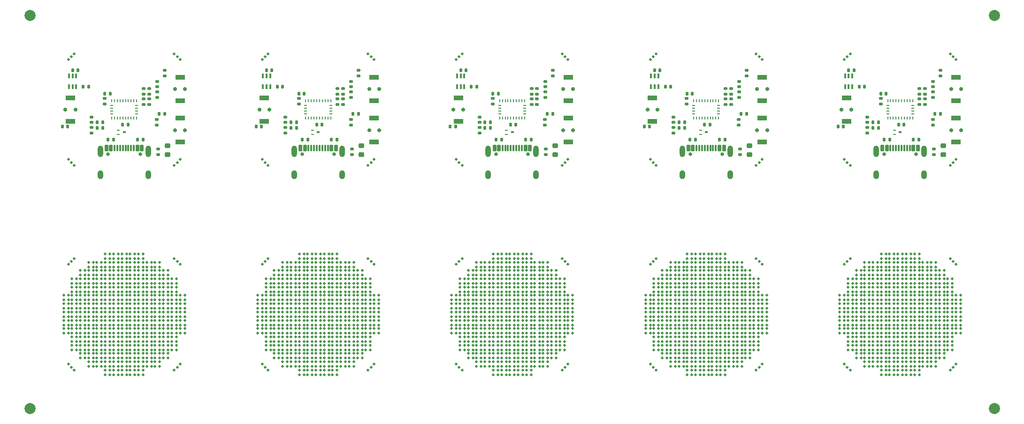
<source format=gbr>
%TF.GenerationSoftware,KiCad,Pcbnew,8.0.2-1*%
%TF.CreationDate,2025-04-11T08:57:21-07:00*%
%TF.ProjectId,Small_Pendant,536d616c-6c5f-4506-956e-64616e742e6b,rev?*%
%TF.SameCoordinates,Original*%
%TF.FileFunction,Soldermask,Top*%
%TF.FilePolarity,Negative*%
%FSLAX46Y46*%
G04 Gerber Fmt 4.6, Leading zero omitted, Abs format (unit mm)*
G04 Created by KiCad (PCBNEW 8.0.2-1) date 2025-04-11 08:57:21*
%MOMM*%
%LPD*%
G01*
G04 APERTURE LIST*
G04 Aperture macros list*
%AMRoundRect*
0 Rectangle with rounded corners*
0 $1 Rounding radius*
0 $2 $3 $4 $5 $6 $7 $8 $9 X,Y pos of 4 corners*
0 Add a 4 corners polygon primitive as box body*
4,1,4,$2,$3,$4,$5,$6,$7,$8,$9,$2,$3,0*
0 Add four circle primitives for the rounded corners*
1,1,$1+$1,$2,$3*
1,1,$1+$1,$4,$5*
1,1,$1+$1,$6,$7*
1,1,$1+$1,$8,$9*
0 Add four rect primitives between the rounded corners*
20,1,$1+$1,$2,$3,$4,$5,0*
20,1,$1+$1,$4,$5,$6,$7,0*
20,1,$1+$1,$6,$7,$8,$9,0*
20,1,$1+$1,$8,$9,$2,$3,0*%
G04 Aperture macros list end*
%ADD10RoundRect,0.112500X0.112500X0.112500X-0.112500X0.112500X-0.112500X-0.112500X0.112500X-0.112500X0*%
%ADD11RoundRect,0.112500X-0.112500X-0.112500X0.112500X-0.112500X0.112500X0.112500X-0.112500X0.112500X0*%
%ADD12RoundRect,0.135000X0.135000X0.185000X-0.135000X0.185000X-0.135000X-0.185000X0.135000X-0.185000X0*%
%ADD13C,0.500000*%
%ADD14RoundRect,0.140000X0.140000X0.170000X-0.140000X0.170000X-0.140000X-0.170000X0.140000X-0.170000X0*%
%ADD15RoundRect,0.135000X-0.185000X0.135000X-0.185000X-0.135000X0.185000X-0.135000X0.185000X0.135000X0*%
%ADD16R,0.320000X0.840000*%
%ADD17RoundRect,0.140000X0.170000X-0.140000X0.170000X0.140000X-0.170000X0.140000X-0.170000X-0.140000X0*%
%ADD18RoundRect,0.135000X-0.135000X-0.185000X0.135000X-0.185000X0.135000X0.185000X-0.135000X0.185000X0*%
%ADD19R,0.490000X0.290000*%
%ADD20R,0.490000X0.430000*%
%ADD21C,0.700000*%
%ADD22R,1.700000X0.845000*%
%ADD23R,1.700000X0.850000*%
%ADD24RoundRect,0.135000X0.185000X-0.135000X0.185000X0.135000X-0.185000X0.135000X-0.185000X-0.135000X0*%
%ADD25RoundRect,0.218750X-0.256250X0.218750X-0.256250X-0.218750X0.256250X-0.218750X0.256250X0.218750X0*%
%ADD26RoundRect,0.140000X-0.140000X-0.170000X0.140000X-0.170000X0.140000X0.170000X-0.140000X0.170000X0*%
%ADD27R,0.250000X0.500000*%
%ADD28R,0.500000X0.250000*%
%ADD29RoundRect,0.140000X-0.170000X0.140000X-0.170000X-0.140000X0.170000X-0.140000X0.170000X0.140000X0*%
%ADD30C,0.650000*%
%ADD31RoundRect,0.060000X-0.240000X-0.515000X0.240000X-0.515000X0.240000X0.515000X-0.240000X0.515000X0*%
%ADD32RoundRect,0.030000X-0.120000X-0.545000X0.120000X-0.545000X0.120000X0.545000X-0.120000X0.545000X0*%
%ADD33O,1.000000X2.100000*%
%ADD34O,1.000000X1.600000*%
%ADD35C,2.000000*%
G04 APERTURE END LIST*
D10*
%TO.C,D34*%
X178925000Y-71425000D03*
X178075000Y-71425000D03*
X178925000Y-70575000D03*
X178075000Y-70575000D03*
%TD*%
D11*
%TO.C,D77*%
X179575000Y-75075000D03*
X180425000Y-75075000D03*
X179575000Y-75925000D03*
X180425000Y-75925000D03*
%TD*%
D10*
%TO.C,D127*%
X187925000Y-80425000D03*
X187075000Y-80425000D03*
X187925000Y-79575000D03*
X187075000Y-79575000D03*
%TD*%
D11*
%TO.C,D140*%
X173575000Y-81075000D03*
X174425000Y-81075000D03*
X173575000Y-81925000D03*
X174425000Y-81925000D03*
%TD*%
D10*
%TO.C,D126*%
X186425000Y-80425000D03*
X185575000Y-80425000D03*
X186425000Y-79575000D03*
X185575000Y-79575000D03*
%TD*%
D11*
%TO.C,D180*%
X176575000Y-87075000D03*
X177425000Y-87075000D03*
X176575000Y-87925000D03*
X177425000Y-87925000D03*
%TD*%
%TO.C,D130*%
X188575000Y-81075000D03*
X189425000Y-81075000D03*
X188575000Y-81925000D03*
X189425000Y-81925000D03*
%TD*%
D10*
%TO.C,D116*%
X171425000Y-80425000D03*
X170575000Y-80425000D03*
X171425000Y-79575000D03*
X170575000Y-79575000D03*
%TD*%
D11*
%TO.C,D177*%
X181075000Y-87075000D03*
X181925000Y-87075000D03*
X181075000Y-87925000D03*
X181925000Y-87925000D03*
%TD*%
%TO.C,D179*%
X178075000Y-87075000D03*
X178925000Y-87075000D03*
X178075000Y-87925000D03*
X178925000Y-87925000D03*
%TD*%
%TO.C,D5*%
X181075000Y-66075000D03*
X181925000Y-66075000D03*
X181075000Y-66925000D03*
X181925000Y-66925000D03*
%TD*%
D10*
%TO.C,D96*%
X186425000Y-77425000D03*
X185575000Y-77425000D03*
X186425000Y-76575000D03*
X185575000Y-76575000D03*
%TD*%
D11*
%TO.C,D6*%
X179575000Y-66075000D03*
X180425000Y-66075000D03*
X179575000Y-66925000D03*
X180425000Y-66925000D03*
%TD*%
%TO.C,D45*%
X184075000Y-72075000D03*
X184925000Y-72075000D03*
X184075000Y-72925000D03*
X184925000Y-72925000D03*
%TD*%
D12*
%TO.C,R11*%
X178110000Y-45400000D03*
X177090000Y-45400000D03*
%TD*%
D13*
%TO.C,mouse-bite-2mm-slot*%
X169919289Y-67979949D03*
X170431942Y-67431942D03*
X170979949Y-66919289D03*
%TD*%
D11*
%TO.C,D111*%
X173575000Y-78075000D03*
X174425000Y-78075000D03*
X173575000Y-78925000D03*
X174425000Y-78925000D03*
%TD*%
D14*
%TO.C,C5*%
X169780000Y-43100000D03*
X168820000Y-43100000D03*
%TD*%
D10*
%TO.C,D67*%
X187925000Y-74425000D03*
X187075000Y-74425000D03*
X187925000Y-73575000D03*
X187075000Y-73575000D03*
%TD*%
D11*
%TO.C,D137*%
X178075000Y-81075000D03*
X178925000Y-81075000D03*
X178075000Y-81925000D03*
X178925000Y-81925000D03*
%TD*%
D13*
%TO.C,mouse-bite-2mm-slot*%
X170979949Y-87080711D03*
X170431942Y-86568058D03*
X169919289Y-86020051D03*
%TD*%
D15*
%TO.C,R1*%
X183500000Y-38090000D03*
X183500000Y-39110000D03*
%TD*%
D10*
%TO.C,D148*%
X178925000Y-83425000D03*
X178075000Y-83425000D03*
X178925000Y-82575000D03*
X178075000Y-82575000D03*
%TD*%
D16*
%TO.C,U4*%
X171350000Y-33950000D03*
X170700000Y-33950000D03*
X170050000Y-33950000D03*
X170050000Y-35850000D03*
X170700000Y-35850000D03*
X171350000Y-35850000D03*
%TD*%
D11*
%TO.C,D108*%
X178075000Y-78075000D03*
X178925000Y-78075000D03*
X178075000Y-78925000D03*
X178925000Y-78925000D03*
%TD*%
%TO.C,D80*%
X175075000Y-75075000D03*
X175925000Y-75075000D03*
X175075000Y-75925000D03*
X175925000Y-75925000D03*
%TD*%
D10*
%TO.C,D118*%
X174425000Y-80425000D03*
X173575000Y-80425000D03*
X174425000Y-79575000D03*
X173575000Y-79575000D03*
%TD*%
D11*
%TO.C,D18*%
X187075000Y-69075000D03*
X187925000Y-69075000D03*
X187075000Y-69925000D03*
X187925000Y-69925000D03*
%TD*%
%TO.C,D101*%
X188575000Y-78075000D03*
X189425000Y-78075000D03*
X188575000Y-78925000D03*
X189425000Y-78925000D03*
%TD*%
%TO.C,D133*%
X184075000Y-81075000D03*
X184925000Y-81075000D03*
X184075000Y-81925000D03*
X184925000Y-81925000D03*
%TD*%
D17*
%TO.C,C2*%
X184500000Y-37180000D03*
X184500000Y-36220000D03*
%TD*%
D10*
%TO.C,D168*%
X175925000Y-86425000D03*
X175075000Y-86425000D03*
X175925000Y-85575000D03*
X175075000Y-85575000D03*
%TD*%
%TO.C,D121*%
X178925000Y-80425000D03*
X178075000Y-80425000D03*
X178925000Y-79575000D03*
X178075000Y-79575000D03*
%TD*%
D11*
%TO.C,D100*%
X190075000Y-78075000D03*
X190925000Y-78075000D03*
X190075000Y-78925000D03*
X190925000Y-78925000D03*
%TD*%
D13*
%TO.C,mouse-bite-2mm-slot*%
X189020051Y-29919289D03*
X189568058Y-30431942D03*
X190080711Y-30979949D03*
%TD*%
D11*
%TO.C,D52*%
X173575000Y-72075000D03*
X174425000Y-72075000D03*
X173575000Y-72925000D03*
X174425000Y-72925000D03*
%TD*%
D13*
%TO.C,mouse-bite-2mm-slot*%
X170979949Y-50080711D03*
X170431942Y-49568058D03*
X169919289Y-49020051D03*
%TD*%
D10*
%TO.C,D33*%
X177425000Y-71425000D03*
X176575000Y-71425000D03*
X177425000Y-70575000D03*
X176575000Y-70575000D03*
%TD*%
D18*
%TO.C,R9*%
X186290000Y-40800000D03*
X187310000Y-40800000D03*
%TD*%
D11*
%TO.C,D74*%
X184075000Y-75075000D03*
X184925000Y-75075000D03*
X184075000Y-75925000D03*
X184925000Y-75925000D03*
%TD*%
D10*
%TO.C,D91*%
X178925000Y-77425000D03*
X178075000Y-77425000D03*
X178925000Y-76575000D03*
X178075000Y-76575000D03*
%TD*%
%TO.C,D125*%
X184925000Y-80425000D03*
X184075000Y-80425000D03*
X184925000Y-79575000D03*
X184075000Y-79575000D03*
%TD*%
%TO.C,D154*%
X187925000Y-83425000D03*
X187075000Y-83425000D03*
X187925000Y-82575000D03*
X187075000Y-82575000D03*
%TD*%
D11*
%TO.C,D106*%
X181075000Y-78075000D03*
X181925000Y-78075000D03*
X181075000Y-78925000D03*
X181925000Y-78925000D03*
%TD*%
%TO.C,D142*%
X170575000Y-81075000D03*
X171425000Y-81075000D03*
X170575000Y-81925000D03*
X171425000Y-81925000D03*
%TD*%
%TO.C,D73*%
X185575000Y-75075000D03*
X186425000Y-75075000D03*
X185575000Y-75925000D03*
X186425000Y-75925000D03*
%TD*%
D14*
%TO.C,C13*%
X171660000Y-32900000D03*
X170700000Y-32900000D03*
%TD*%
D11*
%TO.C,D70*%
X190075000Y-75075000D03*
X190925000Y-75075000D03*
X190075000Y-75925000D03*
X190925000Y-75925000D03*
%TD*%
D19*
%TO.C,D1*%
X178970000Y-43700000D03*
X178970000Y-44500000D03*
D20*
X180030000Y-44100000D03*
%TD*%
D11*
%TO.C,D141*%
X172075000Y-81075000D03*
X172925000Y-81075000D03*
X172075000Y-81925000D03*
X172925000Y-81925000D03*
%TD*%
D10*
%TO.C,D10*%
X175925000Y-68425000D03*
X175075000Y-68425000D03*
X175925000Y-67575000D03*
X175075000Y-67575000D03*
%TD*%
D11*
%TO.C,D105*%
X182575000Y-78075000D03*
X183425000Y-78075000D03*
X182575000Y-78925000D03*
X183425000Y-78925000D03*
%TD*%
%TO.C,D24*%
X178075000Y-69075000D03*
X178925000Y-69075000D03*
X178075000Y-69925000D03*
X178925000Y-69925000D03*
%TD*%
%TO.C,D136*%
X179575000Y-81075000D03*
X180425000Y-81075000D03*
X179575000Y-81925000D03*
X180425000Y-81925000D03*
%TD*%
%TO.C,D113*%
X170575000Y-78075000D03*
X171425000Y-78075000D03*
X170575000Y-78925000D03*
X171425000Y-78925000D03*
%TD*%
D10*
%TO.C,D128*%
X189425000Y-80425000D03*
X188575000Y-80425000D03*
X189425000Y-79575000D03*
X188575000Y-79575000D03*
%TD*%
D11*
%TO.C,D107*%
X179575000Y-78075000D03*
X180425000Y-78075000D03*
X179575000Y-78925000D03*
X180425000Y-78925000D03*
%TD*%
%TO.C,D76*%
X181075000Y-75075000D03*
X181925000Y-75075000D03*
X181075000Y-75925000D03*
X181925000Y-75925000D03*
%TD*%
D10*
%TO.C,D39*%
X186425000Y-71425000D03*
X185575000Y-71425000D03*
X186425000Y-70575000D03*
X185575000Y-70575000D03*
%TD*%
%TO.C,D119*%
X175925000Y-80425000D03*
X175075000Y-80425000D03*
X175925000Y-79575000D03*
X175075000Y-79575000D03*
%TD*%
%TO.C,D99*%
X190925000Y-77425000D03*
X190075000Y-77425000D03*
X190925000Y-76575000D03*
X190075000Y-76575000D03*
%TD*%
D11*
%TO.C,D82*%
X172075000Y-75075000D03*
X172925000Y-75075000D03*
X172075000Y-75925000D03*
X172925000Y-75925000D03*
%TD*%
D10*
%TO.C,D123*%
X181925000Y-80425000D03*
X181075000Y-80425000D03*
X181925000Y-79575000D03*
X181075000Y-79575000D03*
%TD*%
%TO.C,D41*%
X189425000Y-71425000D03*
X188575000Y-71425000D03*
X189425000Y-70575000D03*
X188575000Y-70575000D03*
%TD*%
%TO.C,D89*%
X175925000Y-77425000D03*
X175075000Y-77425000D03*
X175925000Y-76575000D03*
X175075000Y-76575000D03*
%TD*%
D11*
%TO.C,D156*%
X187075000Y-84075000D03*
X187925000Y-84075000D03*
X187075000Y-84925000D03*
X187925000Y-84925000D03*
%TD*%
D21*
%TO.C,SW3*%
X191000000Y-43700000D03*
X189200000Y-43700000D03*
D22*
X190100000Y-41572500D03*
D23*
X190100000Y-45825000D03*
%TD*%
D11*
%TO.C,D22*%
X181075000Y-69075000D03*
X181925000Y-69075000D03*
X181075000Y-69925000D03*
X181925000Y-69925000D03*
%TD*%
D10*
%TO.C,D93*%
X181925000Y-77425000D03*
X181075000Y-77425000D03*
X181925000Y-76575000D03*
X181075000Y-76575000D03*
%TD*%
D21*
%TO.C,SW1*%
X171200000Y-40000000D03*
X169400000Y-40000000D03*
D22*
X170300000Y-37872500D03*
D23*
X170300000Y-42125000D03*
%TD*%
D10*
%TO.C,D37*%
X183425000Y-71425000D03*
X182575000Y-71425000D03*
X183425000Y-70575000D03*
X182575000Y-70575000D03*
%TD*%
D11*
%TO.C,D47*%
X181075000Y-72075000D03*
X181925000Y-72075000D03*
X181075000Y-72925000D03*
X181925000Y-72925000D03*
%TD*%
%TO.C,D166*%
X172075000Y-84075000D03*
X172925000Y-84075000D03*
X172075000Y-84925000D03*
X172925000Y-84925000D03*
%TD*%
D10*
%TO.C,D61*%
X178925000Y-74425000D03*
X178075000Y-74425000D03*
X178925000Y-73575000D03*
X178075000Y-73575000D03*
%TD*%
D11*
%TO.C,D103*%
X185575000Y-78075000D03*
X186425000Y-78075000D03*
X185575000Y-78925000D03*
X186425000Y-78925000D03*
%TD*%
%TO.C,D21*%
X182575000Y-69075000D03*
X183425000Y-69075000D03*
X182575000Y-69925000D03*
X183425000Y-69925000D03*
%TD*%
D10*
%TO.C,D92*%
X180425000Y-77425000D03*
X179575000Y-77425000D03*
X180425000Y-76575000D03*
X179575000Y-76575000D03*
%TD*%
%TO.C,D36*%
X181925000Y-71425000D03*
X181075000Y-71425000D03*
X181925000Y-70575000D03*
X181075000Y-70575000D03*
%TD*%
D11*
%TO.C,D27*%
X173575000Y-69075000D03*
X174425000Y-69075000D03*
X173575000Y-69925000D03*
X174425000Y-69925000D03*
%TD*%
D13*
%TO.C,mouse-bite-2mm-slot*%
X190080711Y-49020051D03*
X189568058Y-49568058D03*
X189020051Y-50080711D03*
%TD*%
D11*
%TO.C,D131*%
X187075000Y-81075000D03*
X187925000Y-81075000D03*
X187075000Y-81925000D03*
X187925000Y-81925000D03*
%TD*%
D17*
%TO.C,C3*%
X185950000Y-35860000D03*
X185950000Y-34900000D03*
%TD*%
D18*
%TO.C,R6*%
X175090000Y-43300000D03*
X176110000Y-43300000D03*
%TD*%
D11*
%TO.C,D163*%
X176575000Y-84075000D03*
X177425000Y-84075000D03*
X176575000Y-84925000D03*
X177425000Y-84925000D03*
%TD*%
%TO.C,D7*%
X178075000Y-66075000D03*
X178925000Y-66075000D03*
X178075000Y-66925000D03*
X178925000Y-66925000D03*
%TD*%
%TO.C,D8*%
X176575000Y-66075000D03*
X177425000Y-66075000D03*
X176575000Y-66925000D03*
X177425000Y-66925000D03*
%TD*%
D10*
%TO.C,D31*%
X174425000Y-71425000D03*
X173575000Y-71425000D03*
X174425000Y-70575000D03*
X173575000Y-70575000D03*
%TD*%
D11*
%TO.C,D4*%
X182575000Y-66075000D03*
X183425000Y-66075000D03*
X182575000Y-66925000D03*
X183425000Y-66925000D03*
%TD*%
D10*
%TO.C,D129*%
X190925000Y-80425000D03*
X190075000Y-80425000D03*
X190925000Y-79575000D03*
X190075000Y-79575000D03*
%TD*%
D24*
%TO.C,R3*%
X185950000Y-37820000D03*
X185950000Y-36800000D03*
%TD*%
D10*
%TO.C,D147*%
X177425000Y-83425000D03*
X176575000Y-83425000D03*
X177425000Y-82575000D03*
X176575000Y-82575000D03*
%TD*%
%TO.C,D151*%
X183425000Y-83425000D03*
X182575000Y-83425000D03*
X183425000Y-82575000D03*
X182575000Y-82575000D03*
%TD*%
%TO.C,D169*%
X177425000Y-86425000D03*
X176575000Y-86425000D03*
X177425000Y-85575000D03*
X176575000Y-85575000D03*
%TD*%
D11*
%TO.C,D109*%
X176575000Y-78075000D03*
X177425000Y-78075000D03*
X176575000Y-78925000D03*
X177425000Y-78925000D03*
%TD*%
D24*
%TO.C,R4*%
X186100000Y-48110000D03*
X186100000Y-47090000D03*
%TD*%
D13*
%TO.C,mouse-bite-2mm-slot*%
X189020051Y-66919289D03*
X189568058Y-67431942D03*
X190080711Y-67979949D03*
%TD*%
D10*
%TO.C,D60*%
X177425000Y-74425000D03*
X176575000Y-74425000D03*
X177425000Y-73575000D03*
X176575000Y-73575000D03*
%TD*%
%TO.C,D120*%
X177425000Y-80425000D03*
X176575000Y-80425000D03*
X177425000Y-79575000D03*
X176575000Y-79575000D03*
%TD*%
%TO.C,D117*%
X172925000Y-80425000D03*
X172075000Y-80425000D03*
X172925000Y-79575000D03*
X172075000Y-79575000D03*
%TD*%
D11*
%TO.C,D48*%
X179575000Y-72075000D03*
X180425000Y-72075000D03*
X179575000Y-72925000D03*
X180425000Y-72925000D03*
%TD*%
D10*
%TO.C,D173*%
X183425000Y-86425000D03*
X182575000Y-86425000D03*
X183425000Y-85575000D03*
X182575000Y-85575000D03*
%TD*%
%TO.C,D35*%
X180425000Y-71425000D03*
X179575000Y-71425000D03*
X180425000Y-70575000D03*
X179575000Y-70575000D03*
%TD*%
D11*
%TO.C,D20*%
X184075000Y-69075000D03*
X184925000Y-69075000D03*
X184075000Y-69925000D03*
X184925000Y-69925000D03*
%TD*%
D10*
%TO.C,D153*%
X186425000Y-83425000D03*
X185575000Y-83425000D03*
X186425000Y-82575000D03*
X185575000Y-82575000D03*
%TD*%
%TO.C,D68*%
X189425000Y-74425000D03*
X188575000Y-74425000D03*
X189425000Y-73575000D03*
X188575000Y-73575000D03*
%TD*%
%TO.C,D13*%
X180425000Y-68425000D03*
X179575000Y-68425000D03*
X180425000Y-67575000D03*
X179575000Y-67575000D03*
%TD*%
D11*
%TO.C,D26*%
X175075000Y-69075000D03*
X175925000Y-69075000D03*
X175075000Y-69925000D03*
X175925000Y-69925000D03*
%TD*%
%TO.C,D139*%
X175075000Y-81075000D03*
X175925000Y-81075000D03*
X175075000Y-81925000D03*
X175925000Y-81925000D03*
%TD*%
D13*
%TO.C,mouse-bite-2mm-slot*%
X169919289Y-30979949D03*
X170431942Y-30431942D03*
X170979949Y-29919289D03*
%TD*%
D10*
%TO.C,D170*%
X178925000Y-86425000D03*
X178075000Y-86425000D03*
X178925000Y-85575000D03*
X178075000Y-85575000D03*
%TD*%
%TO.C,D55*%
X169925000Y-74425000D03*
X169075000Y-74425000D03*
X169925000Y-73575000D03*
X169075000Y-73575000D03*
%TD*%
D11*
%TO.C,D23*%
X179575000Y-69075000D03*
X180425000Y-69075000D03*
X179575000Y-69925000D03*
X180425000Y-69925000D03*
%TD*%
D10*
%TO.C,D149*%
X180425000Y-83425000D03*
X179575000Y-83425000D03*
X180425000Y-82575000D03*
X179575000Y-82575000D03*
%TD*%
%TO.C,D17*%
X186425000Y-68425000D03*
X185575000Y-68425000D03*
X186425000Y-67575000D03*
X185575000Y-67575000D03*
%TD*%
%TO.C,D97*%
X187925000Y-77425000D03*
X187075000Y-77425000D03*
X187925000Y-76575000D03*
X187075000Y-76575000D03*
%TD*%
D13*
%TO.C,mouse-bite-2mm-slot*%
X190080711Y-86020051D03*
X189568058Y-86568058D03*
X189020051Y-87080711D03*
%TD*%
D10*
%TO.C,D94*%
X183425000Y-77425000D03*
X182575000Y-77425000D03*
X183425000Y-76575000D03*
X182575000Y-76575000D03*
%TD*%
%TO.C,D146*%
X175925000Y-83425000D03*
X175075000Y-83425000D03*
X175925000Y-82575000D03*
X175075000Y-82575000D03*
%TD*%
D11*
%TO.C,D42*%
X188575000Y-72075000D03*
X189425000Y-72075000D03*
X188575000Y-72925000D03*
X189425000Y-72925000D03*
%TD*%
%TO.C,D158*%
X184075000Y-84075000D03*
X184925000Y-84075000D03*
X184075000Y-84925000D03*
X184925000Y-84925000D03*
%TD*%
D25*
%TO.C,D3*%
X187800000Y-46535000D03*
X187800000Y-48110000D03*
%TD*%
D11*
%TO.C,D164*%
X175075000Y-84075000D03*
X175925000Y-84075000D03*
X175075000Y-84925000D03*
X175925000Y-84925000D03*
%TD*%
%TO.C,D178*%
X179575000Y-87075000D03*
X180425000Y-87075000D03*
X179575000Y-87925000D03*
X180425000Y-87925000D03*
%TD*%
D26*
%TO.C,C12*%
X179720000Y-42700000D03*
X180680000Y-42700000D03*
%TD*%
D18*
%TO.C,R5*%
X175090000Y-42300000D03*
X176110000Y-42300000D03*
%TD*%
D10*
%TO.C,D69*%
X190925000Y-74425000D03*
X190075000Y-74425000D03*
X190925000Y-73575000D03*
X190075000Y-73575000D03*
%TD*%
%TO.C,D16*%
X184925000Y-68425000D03*
X184075000Y-68425000D03*
X184925000Y-67575000D03*
X184075000Y-67575000D03*
%TD*%
D26*
%TO.C,C10*%
X176520000Y-37100000D03*
X177480000Y-37100000D03*
%TD*%
D11*
%TO.C,D54*%
X170575000Y-72075000D03*
X171425000Y-72075000D03*
X170575000Y-72925000D03*
X171425000Y-72925000D03*
%TD*%
D10*
%TO.C,D90*%
X177425000Y-77425000D03*
X176575000Y-77425000D03*
X177425000Y-76575000D03*
X176575000Y-76575000D03*
%TD*%
%TO.C,D62*%
X180425000Y-74425000D03*
X179575000Y-74425000D03*
X180425000Y-73575000D03*
X179575000Y-73575000D03*
%TD*%
D11*
%TO.C,D51*%
X175075000Y-72075000D03*
X175925000Y-72075000D03*
X175075000Y-72925000D03*
X175925000Y-72925000D03*
%TD*%
D10*
%TO.C,D57*%
X172925000Y-74425000D03*
X172075000Y-74425000D03*
X172925000Y-73575000D03*
X172075000Y-73575000D03*
%TD*%
D11*
%TO.C,D165*%
X173575000Y-84075000D03*
X174425000Y-84075000D03*
X173575000Y-84925000D03*
X174425000Y-84925000D03*
%TD*%
%TO.C,D25*%
X176575000Y-69075000D03*
X177425000Y-69075000D03*
X176575000Y-69925000D03*
X177425000Y-69925000D03*
%TD*%
%TO.C,D132*%
X185575000Y-81075000D03*
X186425000Y-81075000D03*
X185575000Y-81925000D03*
X186425000Y-81925000D03*
%TD*%
%TO.C,D75*%
X182575000Y-75075000D03*
X183425000Y-75075000D03*
X182575000Y-75925000D03*
X183425000Y-75925000D03*
%TD*%
D10*
%TO.C,D15*%
X183425000Y-68425000D03*
X182575000Y-68425000D03*
X183425000Y-67575000D03*
X182575000Y-67575000D03*
%TD*%
D27*
%TO.C,U3*%
X177750000Y-38440000D03*
D28*
X177750000Y-39250000D03*
X177750000Y-39750000D03*
X177750000Y-40250000D03*
X177750000Y-40750000D03*
D27*
X177750000Y-41560000D03*
X178250000Y-41560000D03*
X178750000Y-41560000D03*
X179250000Y-41560000D03*
X179750000Y-41560000D03*
X180250000Y-41560000D03*
X180750000Y-41560000D03*
X181250000Y-41560000D03*
X181750000Y-41560000D03*
X182250000Y-41560000D03*
D28*
X182250000Y-40750000D03*
X182250000Y-40250000D03*
X182250000Y-39750000D03*
X182250000Y-39250000D03*
D27*
X182250000Y-38440000D03*
X181750000Y-38440000D03*
X181250000Y-38440000D03*
X180750000Y-38440000D03*
X180250000Y-38440000D03*
X179750000Y-38440000D03*
X179250000Y-38440000D03*
X178750000Y-38440000D03*
X178250000Y-38440000D03*
%TD*%
D15*
%TO.C,R8*%
X185900000Y-41790000D03*
X185900000Y-42810000D03*
%TD*%
D11*
%TO.C,D112*%
X172075000Y-78075000D03*
X172925000Y-78075000D03*
X172075000Y-78925000D03*
X172925000Y-78925000D03*
%TD*%
%TO.C,D104*%
X184075000Y-78075000D03*
X184925000Y-78075000D03*
X184075000Y-78925000D03*
X184925000Y-78925000D03*
%TD*%
D10*
%TO.C,D145*%
X174425000Y-83425000D03*
X173575000Y-83425000D03*
X174425000Y-82575000D03*
X173575000Y-82575000D03*
%TD*%
%TO.C,D87*%
X172925000Y-77425000D03*
X172075000Y-77425000D03*
X172925000Y-76575000D03*
X172075000Y-76575000D03*
%TD*%
D17*
%TO.C,C1*%
X183500000Y-37180000D03*
X183500000Y-36220000D03*
%TD*%
D10*
%TO.C,D171*%
X180425000Y-86425000D03*
X179575000Y-86425000D03*
X180425000Y-85575000D03*
X179575000Y-85575000D03*
%TD*%
D17*
%TO.C,C4*%
X187300000Y-33880000D03*
X187300000Y-32920000D03*
%TD*%
D26*
%TO.C,C14*%
X172620000Y-35900000D03*
X173580000Y-35900000D03*
%TD*%
D11*
%TO.C,D50*%
X176575000Y-72075000D03*
X177425000Y-72075000D03*
X176575000Y-72925000D03*
X177425000Y-72925000D03*
%TD*%
D10*
%TO.C,D98*%
X189425000Y-77425000D03*
X188575000Y-77425000D03*
X189425000Y-76575000D03*
X188575000Y-76575000D03*
%TD*%
D11*
%TO.C,D176*%
X182575000Y-87075000D03*
X183425000Y-87075000D03*
X182575000Y-87925000D03*
X183425000Y-87925000D03*
%TD*%
D10*
%TO.C,D155*%
X189425000Y-83425000D03*
X188575000Y-83425000D03*
X189425000Y-82575000D03*
X188575000Y-82575000D03*
%TD*%
%TO.C,D152*%
X184925000Y-83425000D03*
X184075000Y-83425000D03*
X184925000Y-82575000D03*
X184075000Y-82575000D03*
%TD*%
D29*
%TO.C,C6*%
X174100000Y-41370000D03*
X174100000Y-42330000D03*
%TD*%
D11*
%TO.C,D135*%
X181075000Y-81075000D03*
X181925000Y-81075000D03*
X181075000Y-81925000D03*
X181925000Y-81925000D03*
%TD*%
D10*
%TO.C,D115*%
X169925000Y-80425000D03*
X169075000Y-80425000D03*
X169925000Y-79575000D03*
X169075000Y-79575000D03*
%TD*%
%TO.C,D38*%
X184925000Y-71425000D03*
X184075000Y-71425000D03*
X184925000Y-70575000D03*
X184075000Y-70575000D03*
%TD*%
D21*
%TO.C,SW2*%
X189200000Y-36300000D03*
X191000000Y-36300000D03*
D22*
X190100000Y-38427500D03*
D23*
X190100000Y-34175000D03*
%TD*%
D10*
%TO.C,D29*%
X171425000Y-71425000D03*
X170575000Y-71425000D03*
X171425000Y-70575000D03*
X170575000Y-70575000D03*
%TD*%
%TO.C,D85*%
X169925000Y-77425000D03*
X169075000Y-77425000D03*
X169925000Y-76575000D03*
X169075000Y-76575000D03*
%TD*%
%TO.C,D88*%
X174425000Y-77425000D03*
X173575000Y-77425000D03*
X174425000Y-76575000D03*
X173575000Y-76575000D03*
%TD*%
D11*
%TO.C,D79*%
X176575000Y-75075000D03*
X177425000Y-75075000D03*
X176575000Y-75925000D03*
X177425000Y-75925000D03*
%TD*%
D10*
%TO.C,D124*%
X183425000Y-80425000D03*
X182575000Y-80425000D03*
X183425000Y-79575000D03*
X182575000Y-79575000D03*
%TD*%
%TO.C,D174*%
X184925000Y-86425000D03*
X184075000Y-86425000D03*
X184925000Y-85575000D03*
X184075000Y-85575000D03*
%TD*%
D11*
%TO.C,D159*%
X182575000Y-84075000D03*
X183425000Y-84075000D03*
X182575000Y-84925000D03*
X183425000Y-84925000D03*
%TD*%
%TO.C,D28*%
X172075000Y-69075000D03*
X172925000Y-69075000D03*
X172075000Y-69925000D03*
X172925000Y-69925000D03*
%TD*%
D10*
%TO.C,D30*%
X172925000Y-71425000D03*
X172075000Y-71425000D03*
X172925000Y-70575000D03*
X172075000Y-70575000D03*
%TD*%
%TO.C,D63*%
X181925000Y-74425000D03*
X181075000Y-74425000D03*
X181925000Y-73575000D03*
X181075000Y-73575000D03*
%TD*%
%TO.C,D95*%
X184925000Y-77425000D03*
X184075000Y-77425000D03*
X184925000Y-76575000D03*
X184075000Y-76575000D03*
%TD*%
D24*
%TO.C,R2*%
X184500000Y-39110000D03*
X184500000Y-38090000D03*
%TD*%
D10*
%TO.C,D58*%
X174425000Y-74425000D03*
X173575000Y-74425000D03*
X174425000Y-73575000D03*
X173575000Y-73575000D03*
%TD*%
%TO.C,D14*%
X181925000Y-68425000D03*
X181075000Y-68425000D03*
X181925000Y-67575000D03*
X181075000Y-67575000D03*
%TD*%
D11*
%TO.C,D71*%
X188575000Y-75075000D03*
X189425000Y-75075000D03*
X188575000Y-75925000D03*
X189425000Y-75925000D03*
%TD*%
D10*
%TO.C,D172*%
X181925000Y-86425000D03*
X181075000Y-86425000D03*
X181925000Y-85575000D03*
X181075000Y-85575000D03*
%TD*%
D11*
%TO.C,D102*%
X187075000Y-78075000D03*
X187925000Y-78075000D03*
X187075000Y-78925000D03*
X187925000Y-78925000D03*
%TD*%
%TO.C,D81*%
X173575000Y-75075000D03*
X174425000Y-75075000D03*
X173575000Y-75925000D03*
X174425000Y-75925000D03*
%TD*%
D10*
%TO.C,D40*%
X187925000Y-71425000D03*
X187075000Y-71425000D03*
X187925000Y-70575000D03*
X187075000Y-70575000D03*
%TD*%
%TO.C,D143*%
X171425000Y-83425000D03*
X170575000Y-83425000D03*
X171425000Y-82575000D03*
X170575000Y-82575000D03*
%TD*%
D11*
%TO.C,D162*%
X178075000Y-84075000D03*
X178925000Y-84075000D03*
X178075000Y-84925000D03*
X178925000Y-84925000D03*
%TD*%
D10*
%TO.C,D167*%
X174425000Y-86450000D03*
X173575000Y-86450000D03*
X174425000Y-85600000D03*
X173575000Y-85600000D03*
%TD*%
D11*
%TO.C,D84*%
X169075000Y-75075000D03*
X169925000Y-75075000D03*
X169075000Y-75925000D03*
X169925000Y-75925000D03*
%TD*%
D10*
%TO.C,D122*%
X180425000Y-80425000D03*
X179575000Y-80425000D03*
X180425000Y-79575000D03*
X179575000Y-79575000D03*
%TD*%
D11*
%TO.C,D134*%
X182575000Y-81075000D03*
X183425000Y-81075000D03*
X182575000Y-81925000D03*
X183425000Y-81925000D03*
%TD*%
%TO.C,D72*%
X187075000Y-75075000D03*
X187925000Y-75075000D03*
X187075000Y-75925000D03*
X187925000Y-75925000D03*
%TD*%
D10*
%TO.C,D56*%
X171425000Y-74425000D03*
X170575000Y-74425000D03*
X171425000Y-73575000D03*
X170575000Y-73575000D03*
%TD*%
D11*
%TO.C,D49*%
X178075000Y-72075000D03*
X178925000Y-72075000D03*
X178075000Y-72925000D03*
X178925000Y-72925000D03*
%TD*%
%TO.C,D78*%
X178075000Y-75075000D03*
X178925000Y-75075000D03*
X178075000Y-75925000D03*
X178925000Y-75925000D03*
%TD*%
D10*
%TO.C,D65*%
X184925000Y-74425000D03*
X184075000Y-74425000D03*
X184925000Y-73575000D03*
X184075000Y-73575000D03*
%TD*%
D11*
%TO.C,D110*%
X175075000Y-78075000D03*
X175925000Y-78075000D03*
X175075000Y-78925000D03*
X175925000Y-78925000D03*
%TD*%
%TO.C,D160*%
X181075000Y-84075000D03*
X181925000Y-84075000D03*
X181075000Y-84925000D03*
X181925000Y-84925000D03*
%TD*%
%TO.C,D46*%
X182575000Y-72075000D03*
X183425000Y-72075000D03*
X182575000Y-72925000D03*
X183425000Y-72925000D03*
%TD*%
%TO.C,D19*%
X185575000Y-69075000D03*
X186425000Y-69075000D03*
X185575000Y-69925000D03*
X186425000Y-69925000D03*
%TD*%
D17*
%TO.C,C11*%
X176500000Y-38980000D03*
X176500000Y-38020000D03*
%TD*%
D11*
%TO.C,D161*%
X179575000Y-84075000D03*
X180425000Y-84075000D03*
X179575000Y-84925000D03*
X180425000Y-84925000D03*
%TD*%
D17*
%TO.C,C7*%
X174100000Y-44230000D03*
X174100000Y-43270000D03*
%TD*%
D10*
%TO.C,D11*%
X177425000Y-68425000D03*
X176575000Y-68425000D03*
X177425000Y-67575000D03*
X176575000Y-67575000D03*
%TD*%
%TO.C,D150*%
X181925000Y-83425000D03*
X181075000Y-83425000D03*
X181925000Y-82575000D03*
X181075000Y-82575000D03*
%TD*%
D11*
%TO.C,D44*%
X185575000Y-72075000D03*
X186425000Y-72075000D03*
X185575000Y-72925000D03*
X186425000Y-72925000D03*
%TD*%
D10*
%TO.C,D144*%
X172925000Y-83425000D03*
X172075000Y-83425000D03*
X172925000Y-82575000D03*
X172075000Y-82575000D03*
%TD*%
D18*
%TO.C,R10*%
X182390000Y-45400000D03*
X183410000Y-45400000D03*
%TD*%
D10*
%TO.C,D59*%
X175925000Y-74425000D03*
X175075000Y-74425000D03*
X175925000Y-73575000D03*
X175075000Y-73575000D03*
%TD*%
%TO.C,D64*%
X183425000Y-74425000D03*
X182575000Y-74425000D03*
X183425000Y-73575000D03*
X182575000Y-73575000D03*
%TD*%
D11*
%TO.C,D43*%
X187075000Y-72075000D03*
X187925000Y-72075000D03*
X187075000Y-72925000D03*
X187925000Y-72925000D03*
%TD*%
%TO.C,D114*%
X169075000Y-78075000D03*
X169925000Y-78075000D03*
X169075000Y-78925000D03*
X169925000Y-78925000D03*
%TD*%
D10*
%TO.C,D175*%
X186425000Y-86425000D03*
X185575000Y-86425000D03*
X186425000Y-85575000D03*
X185575000Y-85575000D03*
%TD*%
%TO.C,D12*%
X178925000Y-68425000D03*
X178075000Y-68425000D03*
X178925000Y-67575000D03*
X178075000Y-67575000D03*
%TD*%
%TO.C,D9*%
X174425000Y-68425000D03*
X173575000Y-68425000D03*
X174425000Y-67575000D03*
X173575000Y-67575000D03*
%TD*%
D11*
%TO.C,D138*%
X176575000Y-81075000D03*
X177425000Y-81075000D03*
X176575000Y-81925000D03*
X177425000Y-81925000D03*
%TD*%
%TO.C,D157*%
X185575000Y-84075000D03*
X186425000Y-84075000D03*
X185575000Y-84925000D03*
X186425000Y-84925000D03*
%TD*%
%TO.C,D83*%
X170575000Y-75075000D03*
X171425000Y-75075000D03*
X170575000Y-75925000D03*
X171425000Y-75925000D03*
%TD*%
D30*
%TO.C,J1*%
X177110000Y-48090000D03*
X182890000Y-48090000D03*
D31*
X176800000Y-46990000D03*
X177600000Y-46990000D03*
D32*
X178750000Y-46990000D03*
X179750000Y-46990000D03*
X180250000Y-46990000D03*
X181250000Y-46990000D03*
D31*
X182400000Y-46990000D03*
X183200000Y-46990000D03*
X183200000Y-46990000D03*
X182400000Y-46990000D03*
D32*
X181750000Y-46990000D03*
X180750000Y-46990000D03*
X179250000Y-46990000D03*
X178250000Y-46990000D03*
D31*
X177600000Y-46990000D03*
X176800000Y-46990000D03*
D33*
X175680000Y-47590000D03*
X184320000Y-47590000D03*
D34*
X184320000Y-51770000D03*
X175680000Y-51770000D03*
%TD*%
D10*
%TO.C,D86*%
X171425000Y-77425000D03*
X170575000Y-77425000D03*
X171425000Y-76575000D03*
X170575000Y-76575000D03*
%TD*%
%TO.C,D32*%
X175925000Y-71425000D03*
X175075000Y-71425000D03*
X175925000Y-70575000D03*
X175075000Y-70575000D03*
%TD*%
%TO.C,D66*%
X186425000Y-74425000D03*
X185575000Y-74425000D03*
X186425000Y-73575000D03*
X185575000Y-73575000D03*
%TD*%
D11*
%TO.C,D53*%
X172075000Y-72075000D03*
X172925000Y-72075000D03*
X172075000Y-72925000D03*
X172925000Y-72925000D03*
%TD*%
D10*
%TO.C,D34*%
X143925000Y-71425000D03*
X143075000Y-71425000D03*
X143925000Y-70575000D03*
X143075000Y-70575000D03*
%TD*%
D11*
%TO.C,D77*%
X144575000Y-75075000D03*
X145425000Y-75075000D03*
X144575000Y-75925000D03*
X145425000Y-75925000D03*
%TD*%
D10*
%TO.C,D127*%
X152925000Y-80425000D03*
X152075000Y-80425000D03*
X152925000Y-79575000D03*
X152075000Y-79575000D03*
%TD*%
D11*
%TO.C,D140*%
X138575000Y-81075000D03*
X139425000Y-81075000D03*
X138575000Y-81925000D03*
X139425000Y-81925000D03*
%TD*%
D10*
%TO.C,D126*%
X151425000Y-80425000D03*
X150575000Y-80425000D03*
X151425000Y-79575000D03*
X150575000Y-79575000D03*
%TD*%
D11*
%TO.C,D180*%
X141575000Y-87075000D03*
X142425000Y-87075000D03*
X141575000Y-87925000D03*
X142425000Y-87925000D03*
%TD*%
%TO.C,D130*%
X153575000Y-81075000D03*
X154425000Y-81075000D03*
X153575000Y-81925000D03*
X154425000Y-81925000D03*
%TD*%
D10*
%TO.C,D116*%
X136425000Y-80425000D03*
X135575000Y-80425000D03*
X136425000Y-79575000D03*
X135575000Y-79575000D03*
%TD*%
D11*
%TO.C,D177*%
X146075000Y-87075000D03*
X146925000Y-87075000D03*
X146075000Y-87925000D03*
X146925000Y-87925000D03*
%TD*%
%TO.C,D179*%
X143075000Y-87075000D03*
X143925000Y-87075000D03*
X143075000Y-87925000D03*
X143925000Y-87925000D03*
%TD*%
%TO.C,D5*%
X146075000Y-66075000D03*
X146925000Y-66075000D03*
X146075000Y-66925000D03*
X146925000Y-66925000D03*
%TD*%
D10*
%TO.C,D96*%
X151425000Y-77425000D03*
X150575000Y-77425000D03*
X151425000Y-76575000D03*
X150575000Y-76575000D03*
%TD*%
D11*
%TO.C,D6*%
X144575000Y-66075000D03*
X145425000Y-66075000D03*
X144575000Y-66925000D03*
X145425000Y-66925000D03*
%TD*%
%TO.C,D45*%
X149075000Y-72075000D03*
X149925000Y-72075000D03*
X149075000Y-72925000D03*
X149925000Y-72925000D03*
%TD*%
D12*
%TO.C,R11*%
X143110000Y-45400000D03*
X142090000Y-45400000D03*
%TD*%
D13*
%TO.C,mouse-bite-2mm-slot*%
X134919289Y-67979949D03*
X135431942Y-67431942D03*
X135979949Y-66919289D03*
%TD*%
D11*
%TO.C,D111*%
X138575000Y-78075000D03*
X139425000Y-78075000D03*
X138575000Y-78925000D03*
X139425000Y-78925000D03*
%TD*%
D14*
%TO.C,C5*%
X134780000Y-43100000D03*
X133820000Y-43100000D03*
%TD*%
D10*
%TO.C,D67*%
X152925000Y-74425000D03*
X152075000Y-74425000D03*
X152925000Y-73575000D03*
X152075000Y-73575000D03*
%TD*%
D11*
%TO.C,D137*%
X143075000Y-81075000D03*
X143925000Y-81075000D03*
X143075000Y-81925000D03*
X143925000Y-81925000D03*
%TD*%
D13*
%TO.C,mouse-bite-2mm-slot*%
X135979949Y-87080711D03*
X135431942Y-86568058D03*
X134919289Y-86020051D03*
%TD*%
D15*
%TO.C,R1*%
X148500000Y-38090000D03*
X148500000Y-39110000D03*
%TD*%
D10*
%TO.C,D148*%
X143925000Y-83425000D03*
X143075000Y-83425000D03*
X143925000Y-82575000D03*
X143075000Y-82575000D03*
%TD*%
D16*
%TO.C,U4*%
X136350000Y-33950000D03*
X135700000Y-33950000D03*
X135050000Y-33950000D03*
X135050000Y-35850000D03*
X135700000Y-35850000D03*
X136350000Y-35850000D03*
%TD*%
D11*
%TO.C,D108*%
X143075000Y-78075000D03*
X143925000Y-78075000D03*
X143075000Y-78925000D03*
X143925000Y-78925000D03*
%TD*%
%TO.C,D80*%
X140075000Y-75075000D03*
X140925000Y-75075000D03*
X140075000Y-75925000D03*
X140925000Y-75925000D03*
%TD*%
D10*
%TO.C,D118*%
X139425000Y-80425000D03*
X138575000Y-80425000D03*
X139425000Y-79575000D03*
X138575000Y-79575000D03*
%TD*%
D11*
%TO.C,D18*%
X152075000Y-69075000D03*
X152925000Y-69075000D03*
X152075000Y-69925000D03*
X152925000Y-69925000D03*
%TD*%
%TO.C,D101*%
X153575000Y-78075000D03*
X154425000Y-78075000D03*
X153575000Y-78925000D03*
X154425000Y-78925000D03*
%TD*%
%TO.C,D133*%
X149075000Y-81075000D03*
X149925000Y-81075000D03*
X149075000Y-81925000D03*
X149925000Y-81925000D03*
%TD*%
D17*
%TO.C,C2*%
X149500000Y-37180000D03*
X149500000Y-36220000D03*
%TD*%
D10*
%TO.C,D168*%
X140925000Y-86425000D03*
X140075000Y-86425000D03*
X140925000Y-85575000D03*
X140075000Y-85575000D03*
%TD*%
%TO.C,D121*%
X143925000Y-80425000D03*
X143075000Y-80425000D03*
X143925000Y-79575000D03*
X143075000Y-79575000D03*
%TD*%
D11*
%TO.C,D100*%
X155075000Y-78075000D03*
X155925000Y-78075000D03*
X155075000Y-78925000D03*
X155925000Y-78925000D03*
%TD*%
D13*
%TO.C,mouse-bite-2mm-slot*%
X154020051Y-29919289D03*
X154568058Y-30431942D03*
X155080711Y-30979949D03*
%TD*%
D11*
%TO.C,D52*%
X138575000Y-72075000D03*
X139425000Y-72075000D03*
X138575000Y-72925000D03*
X139425000Y-72925000D03*
%TD*%
D13*
%TO.C,mouse-bite-2mm-slot*%
X135979949Y-50080711D03*
X135431942Y-49568058D03*
X134919289Y-49020051D03*
%TD*%
D10*
%TO.C,D33*%
X142425000Y-71425000D03*
X141575000Y-71425000D03*
X142425000Y-70575000D03*
X141575000Y-70575000D03*
%TD*%
D18*
%TO.C,R9*%
X151290000Y-40800000D03*
X152310000Y-40800000D03*
%TD*%
D11*
%TO.C,D74*%
X149075000Y-75075000D03*
X149925000Y-75075000D03*
X149075000Y-75925000D03*
X149925000Y-75925000D03*
%TD*%
D10*
%TO.C,D91*%
X143925000Y-77425000D03*
X143075000Y-77425000D03*
X143925000Y-76575000D03*
X143075000Y-76575000D03*
%TD*%
%TO.C,D125*%
X149925000Y-80425000D03*
X149075000Y-80425000D03*
X149925000Y-79575000D03*
X149075000Y-79575000D03*
%TD*%
%TO.C,D154*%
X152925000Y-83425000D03*
X152075000Y-83425000D03*
X152925000Y-82575000D03*
X152075000Y-82575000D03*
%TD*%
D11*
%TO.C,D106*%
X146075000Y-78075000D03*
X146925000Y-78075000D03*
X146075000Y-78925000D03*
X146925000Y-78925000D03*
%TD*%
%TO.C,D142*%
X135575000Y-81075000D03*
X136425000Y-81075000D03*
X135575000Y-81925000D03*
X136425000Y-81925000D03*
%TD*%
%TO.C,D73*%
X150575000Y-75075000D03*
X151425000Y-75075000D03*
X150575000Y-75925000D03*
X151425000Y-75925000D03*
%TD*%
D14*
%TO.C,C13*%
X136660000Y-32900000D03*
X135700000Y-32900000D03*
%TD*%
D11*
%TO.C,D70*%
X155075000Y-75075000D03*
X155925000Y-75075000D03*
X155075000Y-75925000D03*
X155925000Y-75925000D03*
%TD*%
D19*
%TO.C,D1*%
X143970000Y-43700000D03*
X143970000Y-44500000D03*
D20*
X145030000Y-44100000D03*
%TD*%
D11*
%TO.C,D141*%
X137075000Y-81075000D03*
X137925000Y-81075000D03*
X137075000Y-81925000D03*
X137925000Y-81925000D03*
%TD*%
D10*
%TO.C,D10*%
X140925000Y-68425000D03*
X140075000Y-68425000D03*
X140925000Y-67575000D03*
X140075000Y-67575000D03*
%TD*%
D11*
%TO.C,D105*%
X147575000Y-78075000D03*
X148425000Y-78075000D03*
X147575000Y-78925000D03*
X148425000Y-78925000D03*
%TD*%
%TO.C,D24*%
X143075000Y-69075000D03*
X143925000Y-69075000D03*
X143075000Y-69925000D03*
X143925000Y-69925000D03*
%TD*%
%TO.C,D136*%
X144575000Y-81075000D03*
X145425000Y-81075000D03*
X144575000Y-81925000D03*
X145425000Y-81925000D03*
%TD*%
%TO.C,D113*%
X135575000Y-78075000D03*
X136425000Y-78075000D03*
X135575000Y-78925000D03*
X136425000Y-78925000D03*
%TD*%
D10*
%TO.C,D128*%
X154425000Y-80425000D03*
X153575000Y-80425000D03*
X154425000Y-79575000D03*
X153575000Y-79575000D03*
%TD*%
D11*
%TO.C,D107*%
X144575000Y-78075000D03*
X145425000Y-78075000D03*
X144575000Y-78925000D03*
X145425000Y-78925000D03*
%TD*%
%TO.C,D76*%
X146075000Y-75075000D03*
X146925000Y-75075000D03*
X146075000Y-75925000D03*
X146925000Y-75925000D03*
%TD*%
D10*
%TO.C,D39*%
X151425000Y-71425000D03*
X150575000Y-71425000D03*
X151425000Y-70575000D03*
X150575000Y-70575000D03*
%TD*%
%TO.C,D119*%
X140925000Y-80425000D03*
X140075000Y-80425000D03*
X140925000Y-79575000D03*
X140075000Y-79575000D03*
%TD*%
%TO.C,D99*%
X155925000Y-77425000D03*
X155075000Y-77425000D03*
X155925000Y-76575000D03*
X155075000Y-76575000D03*
%TD*%
D11*
%TO.C,D82*%
X137075000Y-75075000D03*
X137925000Y-75075000D03*
X137075000Y-75925000D03*
X137925000Y-75925000D03*
%TD*%
D10*
%TO.C,D123*%
X146925000Y-80425000D03*
X146075000Y-80425000D03*
X146925000Y-79575000D03*
X146075000Y-79575000D03*
%TD*%
%TO.C,D41*%
X154425000Y-71425000D03*
X153575000Y-71425000D03*
X154425000Y-70575000D03*
X153575000Y-70575000D03*
%TD*%
%TO.C,D89*%
X140925000Y-77425000D03*
X140075000Y-77425000D03*
X140925000Y-76575000D03*
X140075000Y-76575000D03*
%TD*%
D11*
%TO.C,D156*%
X152075000Y-84075000D03*
X152925000Y-84075000D03*
X152075000Y-84925000D03*
X152925000Y-84925000D03*
%TD*%
D21*
%TO.C,SW3*%
X156000000Y-43700000D03*
X154200000Y-43700000D03*
D22*
X155100000Y-41572500D03*
D23*
X155100000Y-45825000D03*
%TD*%
D11*
%TO.C,D22*%
X146075000Y-69075000D03*
X146925000Y-69075000D03*
X146075000Y-69925000D03*
X146925000Y-69925000D03*
%TD*%
D10*
%TO.C,D93*%
X146925000Y-77425000D03*
X146075000Y-77425000D03*
X146925000Y-76575000D03*
X146075000Y-76575000D03*
%TD*%
D21*
%TO.C,SW1*%
X136200000Y-40000000D03*
X134400000Y-40000000D03*
D22*
X135300000Y-37872500D03*
D23*
X135300000Y-42125000D03*
%TD*%
D10*
%TO.C,D37*%
X148425000Y-71425000D03*
X147575000Y-71425000D03*
X148425000Y-70575000D03*
X147575000Y-70575000D03*
%TD*%
D11*
%TO.C,D47*%
X146075000Y-72075000D03*
X146925000Y-72075000D03*
X146075000Y-72925000D03*
X146925000Y-72925000D03*
%TD*%
%TO.C,D166*%
X137075000Y-84075000D03*
X137925000Y-84075000D03*
X137075000Y-84925000D03*
X137925000Y-84925000D03*
%TD*%
D10*
%TO.C,D61*%
X143925000Y-74425000D03*
X143075000Y-74425000D03*
X143925000Y-73575000D03*
X143075000Y-73575000D03*
%TD*%
D11*
%TO.C,D103*%
X150575000Y-78075000D03*
X151425000Y-78075000D03*
X150575000Y-78925000D03*
X151425000Y-78925000D03*
%TD*%
%TO.C,D21*%
X147575000Y-69075000D03*
X148425000Y-69075000D03*
X147575000Y-69925000D03*
X148425000Y-69925000D03*
%TD*%
D10*
%TO.C,D92*%
X145425000Y-77425000D03*
X144575000Y-77425000D03*
X145425000Y-76575000D03*
X144575000Y-76575000D03*
%TD*%
%TO.C,D36*%
X146925000Y-71425000D03*
X146075000Y-71425000D03*
X146925000Y-70575000D03*
X146075000Y-70575000D03*
%TD*%
D11*
%TO.C,D27*%
X138575000Y-69075000D03*
X139425000Y-69075000D03*
X138575000Y-69925000D03*
X139425000Y-69925000D03*
%TD*%
D13*
%TO.C,mouse-bite-2mm-slot*%
X155080711Y-49020051D03*
X154568058Y-49568058D03*
X154020051Y-50080711D03*
%TD*%
D11*
%TO.C,D131*%
X152075000Y-81075000D03*
X152925000Y-81075000D03*
X152075000Y-81925000D03*
X152925000Y-81925000D03*
%TD*%
D17*
%TO.C,C3*%
X150950000Y-35860000D03*
X150950000Y-34900000D03*
%TD*%
D18*
%TO.C,R6*%
X140090000Y-43300000D03*
X141110000Y-43300000D03*
%TD*%
D11*
%TO.C,D163*%
X141575000Y-84075000D03*
X142425000Y-84075000D03*
X141575000Y-84925000D03*
X142425000Y-84925000D03*
%TD*%
%TO.C,D7*%
X143075000Y-66075000D03*
X143925000Y-66075000D03*
X143075000Y-66925000D03*
X143925000Y-66925000D03*
%TD*%
%TO.C,D8*%
X141575000Y-66075000D03*
X142425000Y-66075000D03*
X141575000Y-66925000D03*
X142425000Y-66925000D03*
%TD*%
D10*
%TO.C,D31*%
X139425000Y-71425000D03*
X138575000Y-71425000D03*
X139425000Y-70575000D03*
X138575000Y-70575000D03*
%TD*%
D11*
%TO.C,D4*%
X147575000Y-66075000D03*
X148425000Y-66075000D03*
X147575000Y-66925000D03*
X148425000Y-66925000D03*
%TD*%
D10*
%TO.C,D129*%
X155925000Y-80425000D03*
X155075000Y-80425000D03*
X155925000Y-79575000D03*
X155075000Y-79575000D03*
%TD*%
D24*
%TO.C,R3*%
X150950000Y-37820000D03*
X150950000Y-36800000D03*
%TD*%
D10*
%TO.C,D147*%
X142425000Y-83425000D03*
X141575000Y-83425000D03*
X142425000Y-82575000D03*
X141575000Y-82575000D03*
%TD*%
%TO.C,D151*%
X148425000Y-83425000D03*
X147575000Y-83425000D03*
X148425000Y-82575000D03*
X147575000Y-82575000D03*
%TD*%
%TO.C,D169*%
X142425000Y-86425000D03*
X141575000Y-86425000D03*
X142425000Y-85575000D03*
X141575000Y-85575000D03*
%TD*%
D11*
%TO.C,D109*%
X141575000Y-78075000D03*
X142425000Y-78075000D03*
X141575000Y-78925000D03*
X142425000Y-78925000D03*
%TD*%
D24*
%TO.C,R4*%
X151100000Y-48110000D03*
X151100000Y-47090000D03*
%TD*%
D13*
%TO.C,mouse-bite-2mm-slot*%
X154020051Y-66919289D03*
X154568058Y-67431942D03*
X155080711Y-67979949D03*
%TD*%
D10*
%TO.C,D60*%
X142425000Y-74425000D03*
X141575000Y-74425000D03*
X142425000Y-73575000D03*
X141575000Y-73575000D03*
%TD*%
%TO.C,D120*%
X142425000Y-80425000D03*
X141575000Y-80425000D03*
X142425000Y-79575000D03*
X141575000Y-79575000D03*
%TD*%
%TO.C,D117*%
X137925000Y-80425000D03*
X137075000Y-80425000D03*
X137925000Y-79575000D03*
X137075000Y-79575000D03*
%TD*%
D11*
%TO.C,D48*%
X144575000Y-72075000D03*
X145425000Y-72075000D03*
X144575000Y-72925000D03*
X145425000Y-72925000D03*
%TD*%
D10*
%TO.C,D173*%
X148425000Y-86425000D03*
X147575000Y-86425000D03*
X148425000Y-85575000D03*
X147575000Y-85575000D03*
%TD*%
%TO.C,D35*%
X145425000Y-71425000D03*
X144575000Y-71425000D03*
X145425000Y-70575000D03*
X144575000Y-70575000D03*
%TD*%
D11*
%TO.C,D20*%
X149075000Y-69075000D03*
X149925000Y-69075000D03*
X149075000Y-69925000D03*
X149925000Y-69925000D03*
%TD*%
D10*
%TO.C,D153*%
X151425000Y-83425000D03*
X150575000Y-83425000D03*
X151425000Y-82575000D03*
X150575000Y-82575000D03*
%TD*%
%TO.C,D68*%
X154425000Y-74425000D03*
X153575000Y-74425000D03*
X154425000Y-73575000D03*
X153575000Y-73575000D03*
%TD*%
%TO.C,D13*%
X145425000Y-68425000D03*
X144575000Y-68425000D03*
X145425000Y-67575000D03*
X144575000Y-67575000D03*
%TD*%
D11*
%TO.C,D26*%
X140075000Y-69075000D03*
X140925000Y-69075000D03*
X140075000Y-69925000D03*
X140925000Y-69925000D03*
%TD*%
%TO.C,D139*%
X140075000Y-81075000D03*
X140925000Y-81075000D03*
X140075000Y-81925000D03*
X140925000Y-81925000D03*
%TD*%
D13*
%TO.C,mouse-bite-2mm-slot*%
X134919289Y-30979949D03*
X135431942Y-30431942D03*
X135979949Y-29919289D03*
%TD*%
D10*
%TO.C,D170*%
X143925000Y-86425000D03*
X143075000Y-86425000D03*
X143925000Y-85575000D03*
X143075000Y-85575000D03*
%TD*%
%TO.C,D55*%
X134925000Y-74425000D03*
X134075000Y-74425000D03*
X134925000Y-73575000D03*
X134075000Y-73575000D03*
%TD*%
D11*
%TO.C,D23*%
X144575000Y-69075000D03*
X145425000Y-69075000D03*
X144575000Y-69925000D03*
X145425000Y-69925000D03*
%TD*%
D10*
%TO.C,D149*%
X145425000Y-83425000D03*
X144575000Y-83425000D03*
X145425000Y-82575000D03*
X144575000Y-82575000D03*
%TD*%
%TO.C,D17*%
X151425000Y-68425000D03*
X150575000Y-68425000D03*
X151425000Y-67575000D03*
X150575000Y-67575000D03*
%TD*%
%TO.C,D97*%
X152925000Y-77425000D03*
X152075000Y-77425000D03*
X152925000Y-76575000D03*
X152075000Y-76575000D03*
%TD*%
D13*
%TO.C,mouse-bite-2mm-slot*%
X155080711Y-86020051D03*
X154568058Y-86568058D03*
X154020051Y-87080711D03*
%TD*%
D10*
%TO.C,D94*%
X148425000Y-77425000D03*
X147575000Y-77425000D03*
X148425000Y-76575000D03*
X147575000Y-76575000D03*
%TD*%
%TO.C,D146*%
X140925000Y-83425000D03*
X140075000Y-83425000D03*
X140925000Y-82575000D03*
X140075000Y-82575000D03*
%TD*%
D11*
%TO.C,D42*%
X153575000Y-72075000D03*
X154425000Y-72075000D03*
X153575000Y-72925000D03*
X154425000Y-72925000D03*
%TD*%
%TO.C,D158*%
X149075000Y-84075000D03*
X149925000Y-84075000D03*
X149075000Y-84925000D03*
X149925000Y-84925000D03*
%TD*%
D25*
%TO.C,D3*%
X152800000Y-46535000D03*
X152800000Y-48110000D03*
%TD*%
D11*
%TO.C,D164*%
X140075000Y-84075000D03*
X140925000Y-84075000D03*
X140075000Y-84925000D03*
X140925000Y-84925000D03*
%TD*%
%TO.C,D178*%
X144575000Y-87075000D03*
X145425000Y-87075000D03*
X144575000Y-87925000D03*
X145425000Y-87925000D03*
%TD*%
D26*
%TO.C,C12*%
X144720000Y-42700000D03*
X145680000Y-42700000D03*
%TD*%
D18*
%TO.C,R5*%
X140090000Y-42300000D03*
X141110000Y-42300000D03*
%TD*%
D10*
%TO.C,D69*%
X155925000Y-74425000D03*
X155075000Y-74425000D03*
X155925000Y-73575000D03*
X155075000Y-73575000D03*
%TD*%
%TO.C,D16*%
X149925000Y-68425000D03*
X149075000Y-68425000D03*
X149925000Y-67575000D03*
X149075000Y-67575000D03*
%TD*%
D26*
%TO.C,C10*%
X141520000Y-37100000D03*
X142480000Y-37100000D03*
%TD*%
D11*
%TO.C,D54*%
X135575000Y-72075000D03*
X136425000Y-72075000D03*
X135575000Y-72925000D03*
X136425000Y-72925000D03*
%TD*%
D10*
%TO.C,D90*%
X142425000Y-77425000D03*
X141575000Y-77425000D03*
X142425000Y-76575000D03*
X141575000Y-76575000D03*
%TD*%
%TO.C,D62*%
X145425000Y-74425000D03*
X144575000Y-74425000D03*
X145425000Y-73575000D03*
X144575000Y-73575000D03*
%TD*%
D11*
%TO.C,D51*%
X140075000Y-72075000D03*
X140925000Y-72075000D03*
X140075000Y-72925000D03*
X140925000Y-72925000D03*
%TD*%
D10*
%TO.C,D57*%
X137925000Y-74425000D03*
X137075000Y-74425000D03*
X137925000Y-73575000D03*
X137075000Y-73575000D03*
%TD*%
D11*
%TO.C,D165*%
X138575000Y-84075000D03*
X139425000Y-84075000D03*
X138575000Y-84925000D03*
X139425000Y-84925000D03*
%TD*%
%TO.C,D25*%
X141575000Y-69075000D03*
X142425000Y-69075000D03*
X141575000Y-69925000D03*
X142425000Y-69925000D03*
%TD*%
%TO.C,D132*%
X150575000Y-81075000D03*
X151425000Y-81075000D03*
X150575000Y-81925000D03*
X151425000Y-81925000D03*
%TD*%
%TO.C,D75*%
X147575000Y-75075000D03*
X148425000Y-75075000D03*
X147575000Y-75925000D03*
X148425000Y-75925000D03*
%TD*%
D10*
%TO.C,D15*%
X148425000Y-68425000D03*
X147575000Y-68425000D03*
X148425000Y-67575000D03*
X147575000Y-67575000D03*
%TD*%
D27*
%TO.C,U3*%
X142750000Y-38440000D03*
D28*
X142750000Y-39250000D03*
X142750000Y-39750000D03*
X142750000Y-40250000D03*
X142750000Y-40750000D03*
D27*
X142750000Y-41560000D03*
X143250000Y-41560000D03*
X143750000Y-41560000D03*
X144250000Y-41560000D03*
X144750000Y-41560000D03*
X145250000Y-41560000D03*
X145750000Y-41560000D03*
X146250000Y-41560000D03*
X146750000Y-41560000D03*
X147250000Y-41560000D03*
D28*
X147250000Y-40750000D03*
X147250000Y-40250000D03*
X147250000Y-39750000D03*
X147250000Y-39250000D03*
D27*
X147250000Y-38440000D03*
X146750000Y-38440000D03*
X146250000Y-38440000D03*
X145750000Y-38440000D03*
X145250000Y-38440000D03*
X144750000Y-38440000D03*
X144250000Y-38440000D03*
X143750000Y-38440000D03*
X143250000Y-38440000D03*
%TD*%
D15*
%TO.C,R8*%
X150900000Y-41790000D03*
X150900000Y-42810000D03*
%TD*%
D11*
%TO.C,D112*%
X137075000Y-78075000D03*
X137925000Y-78075000D03*
X137075000Y-78925000D03*
X137925000Y-78925000D03*
%TD*%
%TO.C,D104*%
X149075000Y-78075000D03*
X149925000Y-78075000D03*
X149075000Y-78925000D03*
X149925000Y-78925000D03*
%TD*%
D10*
%TO.C,D145*%
X139425000Y-83425000D03*
X138575000Y-83425000D03*
X139425000Y-82575000D03*
X138575000Y-82575000D03*
%TD*%
%TO.C,D87*%
X137925000Y-77425000D03*
X137075000Y-77425000D03*
X137925000Y-76575000D03*
X137075000Y-76575000D03*
%TD*%
D17*
%TO.C,C1*%
X148500000Y-37180000D03*
X148500000Y-36220000D03*
%TD*%
D10*
%TO.C,D171*%
X145425000Y-86425000D03*
X144575000Y-86425000D03*
X145425000Y-85575000D03*
X144575000Y-85575000D03*
%TD*%
D17*
%TO.C,C4*%
X152300000Y-33880000D03*
X152300000Y-32920000D03*
%TD*%
D26*
%TO.C,C14*%
X137620000Y-35900000D03*
X138580000Y-35900000D03*
%TD*%
D11*
%TO.C,D50*%
X141575000Y-72075000D03*
X142425000Y-72075000D03*
X141575000Y-72925000D03*
X142425000Y-72925000D03*
%TD*%
D10*
%TO.C,D98*%
X154425000Y-77425000D03*
X153575000Y-77425000D03*
X154425000Y-76575000D03*
X153575000Y-76575000D03*
%TD*%
D11*
%TO.C,D176*%
X147575000Y-87075000D03*
X148425000Y-87075000D03*
X147575000Y-87925000D03*
X148425000Y-87925000D03*
%TD*%
D10*
%TO.C,D155*%
X154425000Y-83425000D03*
X153575000Y-83425000D03*
X154425000Y-82575000D03*
X153575000Y-82575000D03*
%TD*%
%TO.C,D152*%
X149925000Y-83425000D03*
X149075000Y-83425000D03*
X149925000Y-82575000D03*
X149075000Y-82575000D03*
%TD*%
D29*
%TO.C,C6*%
X139100000Y-41370000D03*
X139100000Y-42330000D03*
%TD*%
D11*
%TO.C,D135*%
X146075000Y-81075000D03*
X146925000Y-81075000D03*
X146075000Y-81925000D03*
X146925000Y-81925000D03*
%TD*%
D10*
%TO.C,D115*%
X134925000Y-80425000D03*
X134075000Y-80425000D03*
X134925000Y-79575000D03*
X134075000Y-79575000D03*
%TD*%
%TO.C,D38*%
X149925000Y-71425000D03*
X149075000Y-71425000D03*
X149925000Y-70575000D03*
X149075000Y-70575000D03*
%TD*%
D21*
%TO.C,SW2*%
X154200000Y-36300000D03*
X156000000Y-36300000D03*
D22*
X155100000Y-38427500D03*
D23*
X155100000Y-34175000D03*
%TD*%
D10*
%TO.C,D29*%
X136425000Y-71425000D03*
X135575000Y-71425000D03*
X136425000Y-70575000D03*
X135575000Y-70575000D03*
%TD*%
%TO.C,D85*%
X134925000Y-77425000D03*
X134075000Y-77425000D03*
X134925000Y-76575000D03*
X134075000Y-76575000D03*
%TD*%
%TO.C,D88*%
X139425000Y-77425000D03*
X138575000Y-77425000D03*
X139425000Y-76575000D03*
X138575000Y-76575000D03*
%TD*%
D11*
%TO.C,D79*%
X141575000Y-75075000D03*
X142425000Y-75075000D03*
X141575000Y-75925000D03*
X142425000Y-75925000D03*
%TD*%
D10*
%TO.C,D124*%
X148425000Y-80425000D03*
X147575000Y-80425000D03*
X148425000Y-79575000D03*
X147575000Y-79575000D03*
%TD*%
%TO.C,D174*%
X149925000Y-86425000D03*
X149075000Y-86425000D03*
X149925000Y-85575000D03*
X149075000Y-85575000D03*
%TD*%
D11*
%TO.C,D159*%
X147575000Y-84075000D03*
X148425000Y-84075000D03*
X147575000Y-84925000D03*
X148425000Y-84925000D03*
%TD*%
%TO.C,D28*%
X137075000Y-69075000D03*
X137925000Y-69075000D03*
X137075000Y-69925000D03*
X137925000Y-69925000D03*
%TD*%
D10*
%TO.C,D30*%
X137925000Y-71425000D03*
X137075000Y-71425000D03*
X137925000Y-70575000D03*
X137075000Y-70575000D03*
%TD*%
%TO.C,D63*%
X146925000Y-74425000D03*
X146075000Y-74425000D03*
X146925000Y-73575000D03*
X146075000Y-73575000D03*
%TD*%
%TO.C,D95*%
X149925000Y-77425000D03*
X149075000Y-77425000D03*
X149925000Y-76575000D03*
X149075000Y-76575000D03*
%TD*%
D24*
%TO.C,R2*%
X149500000Y-39110000D03*
X149500000Y-38090000D03*
%TD*%
D10*
%TO.C,D58*%
X139425000Y-74425000D03*
X138575000Y-74425000D03*
X139425000Y-73575000D03*
X138575000Y-73575000D03*
%TD*%
%TO.C,D14*%
X146925000Y-68425000D03*
X146075000Y-68425000D03*
X146925000Y-67575000D03*
X146075000Y-67575000D03*
%TD*%
D11*
%TO.C,D71*%
X153575000Y-75075000D03*
X154425000Y-75075000D03*
X153575000Y-75925000D03*
X154425000Y-75925000D03*
%TD*%
D10*
%TO.C,D172*%
X146925000Y-86425000D03*
X146075000Y-86425000D03*
X146925000Y-85575000D03*
X146075000Y-85575000D03*
%TD*%
D11*
%TO.C,D102*%
X152075000Y-78075000D03*
X152925000Y-78075000D03*
X152075000Y-78925000D03*
X152925000Y-78925000D03*
%TD*%
%TO.C,D81*%
X138575000Y-75075000D03*
X139425000Y-75075000D03*
X138575000Y-75925000D03*
X139425000Y-75925000D03*
%TD*%
D10*
%TO.C,D40*%
X152925000Y-71425000D03*
X152075000Y-71425000D03*
X152925000Y-70575000D03*
X152075000Y-70575000D03*
%TD*%
%TO.C,D143*%
X136425000Y-83425000D03*
X135575000Y-83425000D03*
X136425000Y-82575000D03*
X135575000Y-82575000D03*
%TD*%
D11*
%TO.C,D162*%
X143075000Y-84075000D03*
X143925000Y-84075000D03*
X143075000Y-84925000D03*
X143925000Y-84925000D03*
%TD*%
D10*
%TO.C,D167*%
X139425000Y-86450000D03*
X138575000Y-86450000D03*
X139425000Y-85600000D03*
X138575000Y-85600000D03*
%TD*%
D11*
%TO.C,D84*%
X134075000Y-75075000D03*
X134925000Y-75075000D03*
X134075000Y-75925000D03*
X134925000Y-75925000D03*
%TD*%
D10*
%TO.C,D122*%
X145425000Y-80425000D03*
X144575000Y-80425000D03*
X145425000Y-79575000D03*
X144575000Y-79575000D03*
%TD*%
D11*
%TO.C,D134*%
X147575000Y-81075000D03*
X148425000Y-81075000D03*
X147575000Y-81925000D03*
X148425000Y-81925000D03*
%TD*%
%TO.C,D72*%
X152075000Y-75075000D03*
X152925000Y-75075000D03*
X152075000Y-75925000D03*
X152925000Y-75925000D03*
%TD*%
D10*
%TO.C,D56*%
X136425000Y-74425000D03*
X135575000Y-74425000D03*
X136425000Y-73575000D03*
X135575000Y-73575000D03*
%TD*%
D11*
%TO.C,D49*%
X143075000Y-72075000D03*
X143925000Y-72075000D03*
X143075000Y-72925000D03*
X143925000Y-72925000D03*
%TD*%
%TO.C,D78*%
X143075000Y-75075000D03*
X143925000Y-75075000D03*
X143075000Y-75925000D03*
X143925000Y-75925000D03*
%TD*%
D10*
%TO.C,D65*%
X149925000Y-74425000D03*
X149075000Y-74425000D03*
X149925000Y-73575000D03*
X149075000Y-73575000D03*
%TD*%
D11*
%TO.C,D110*%
X140075000Y-78075000D03*
X140925000Y-78075000D03*
X140075000Y-78925000D03*
X140925000Y-78925000D03*
%TD*%
%TO.C,D160*%
X146075000Y-84075000D03*
X146925000Y-84075000D03*
X146075000Y-84925000D03*
X146925000Y-84925000D03*
%TD*%
%TO.C,D46*%
X147575000Y-72075000D03*
X148425000Y-72075000D03*
X147575000Y-72925000D03*
X148425000Y-72925000D03*
%TD*%
%TO.C,D19*%
X150575000Y-69075000D03*
X151425000Y-69075000D03*
X150575000Y-69925000D03*
X151425000Y-69925000D03*
%TD*%
D17*
%TO.C,C11*%
X141500000Y-38980000D03*
X141500000Y-38020000D03*
%TD*%
D11*
%TO.C,D161*%
X144575000Y-84075000D03*
X145425000Y-84075000D03*
X144575000Y-84925000D03*
X145425000Y-84925000D03*
%TD*%
D17*
%TO.C,C7*%
X139100000Y-44230000D03*
X139100000Y-43270000D03*
%TD*%
D10*
%TO.C,D11*%
X142425000Y-68425000D03*
X141575000Y-68425000D03*
X142425000Y-67575000D03*
X141575000Y-67575000D03*
%TD*%
%TO.C,D150*%
X146925000Y-83425000D03*
X146075000Y-83425000D03*
X146925000Y-82575000D03*
X146075000Y-82575000D03*
%TD*%
D11*
%TO.C,D44*%
X150575000Y-72075000D03*
X151425000Y-72075000D03*
X150575000Y-72925000D03*
X151425000Y-72925000D03*
%TD*%
D10*
%TO.C,D144*%
X137925000Y-83425000D03*
X137075000Y-83425000D03*
X137925000Y-82575000D03*
X137075000Y-82575000D03*
%TD*%
D18*
%TO.C,R10*%
X147390000Y-45400000D03*
X148410000Y-45400000D03*
%TD*%
D10*
%TO.C,D59*%
X140925000Y-74425000D03*
X140075000Y-74425000D03*
X140925000Y-73575000D03*
X140075000Y-73575000D03*
%TD*%
%TO.C,D64*%
X148425000Y-74425000D03*
X147575000Y-74425000D03*
X148425000Y-73575000D03*
X147575000Y-73575000D03*
%TD*%
D11*
%TO.C,D43*%
X152075000Y-72075000D03*
X152925000Y-72075000D03*
X152075000Y-72925000D03*
X152925000Y-72925000D03*
%TD*%
%TO.C,D114*%
X134075000Y-78075000D03*
X134925000Y-78075000D03*
X134075000Y-78925000D03*
X134925000Y-78925000D03*
%TD*%
D10*
%TO.C,D175*%
X151425000Y-86425000D03*
X150575000Y-86425000D03*
X151425000Y-85575000D03*
X150575000Y-85575000D03*
%TD*%
%TO.C,D12*%
X143925000Y-68425000D03*
X143075000Y-68425000D03*
X143925000Y-67575000D03*
X143075000Y-67575000D03*
%TD*%
%TO.C,D9*%
X139425000Y-68425000D03*
X138575000Y-68425000D03*
X139425000Y-67575000D03*
X138575000Y-67575000D03*
%TD*%
D11*
%TO.C,D138*%
X141575000Y-81075000D03*
X142425000Y-81075000D03*
X141575000Y-81925000D03*
X142425000Y-81925000D03*
%TD*%
%TO.C,D157*%
X150575000Y-84075000D03*
X151425000Y-84075000D03*
X150575000Y-84925000D03*
X151425000Y-84925000D03*
%TD*%
%TO.C,D83*%
X135575000Y-75075000D03*
X136425000Y-75075000D03*
X135575000Y-75925000D03*
X136425000Y-75925000D03*
%TD*%
D30*
%TO.C,J1*%
X142110000Y-48090000D03*
X147890000Y-48090000D03*
D31*
X141800000Y-46990000D03*
X142600000Y-46990000D03*
D32*
X143750000Y-46990000D03*
X144750000Y-46990000D03*
X145250000Y-46990000D03*
X146250000Y-46990000D03*
D31*
X147400000Y-46990000D03*
X148200000Y-46990000D03*
X148200000Y-46990000D03*
X147400000Y-46990000D03*
D32*
X146750000Y-46990000D03*
X145750000Y-46990000D03*
X144250000Y-46990000D03*
X143250000Y-46990000D03*
D31*
X142600000Y-46990000D03*
X141800000Y-46990000D03*
D33*
X140680000Y-47590000D03*
X149320000Y-47590000D03*
D34*
X149320000Y-51770000D03*
X140680000Y-51770000D03*
%TD*%
D10*
%TO.C,D86*%
X136425000Y-77425000D03*
X135575000Y-77425000D03*
X136425000Y-76575000D03*
X135575000Y-76575000D03*
%TD*%
%TO.C,D32*%
X140925000Y-71425000D03*
X140075000Y-71425000D03*
X140925000Y-70575000D03*
X140075000Y-70575000D03*
%TD*%
%TO.C,D66*%
X151425000Y-74425000D03*
X150575000Y-74425000D03*
X151425000Y-73575000D03*
X150575000Y-73575000D03*
%TD*%
D11*
%TO.C,D53*%
X137075000Y-72075000D03*
X137925000Y-72075000D03*
X137075000Y-72925000D03*
X137925000Y-72925000D03*
%TD*%
D10*
%TO.C,D34*%
X108925000Y-71425000D03*
X108075000Y-71425000D03*
X108925000Y-70575000D03*
X108075000Y-70575000D03*
%TD*%
D11*
%TO.C,D77*%
X109575000Y-75075000D03*
X110425000Y-75075000D03*
X109575000Y-75925000D03*
X110425000Y-75925000D03*
%TD*%
D10*
%TO.C,D127*%
X117925000Y-80425000D03*
X117075000Y-80425000D03*
X117925000Y-79575000D03*
X117075000Y-79575000D03*
%TD*%
D11*
%TO.C,D140*%
X103575000Y-81075000D03*
X104425000Y-81075000D03*
X103575000Y-81925000D03*
X104425000Y-81925000D03*
%TD*%
D10*
%TO.C,D126*%
X116425000Y-80425000D03*
X115575000Y-80425000D03*
X116425000Y-79575000D03*
X115575000Y-79575000D03*
%TD*%
D11*
%TO.C,D180*%
X106575000Y-87075000D03*
X107425000Y-87075000D03*
X106575000Y-87925000D03*
X107425000Y-87925000D03*
%TD*%
%TO.C,D130*%
X118575000Y-81075000D03*
X119425000Y-81075000D03*
X118575000Y-81925000D03*
X119425000Y-81925000D03*
%TD*%
D10*
%TO.C,D116*%
X101425000Y-80425000D03*
X100575000Y-80425000D03*
X101425000Y-79575000D03*
X100575000Y-79575000D03*
%TD*%
D11*
%TO.C,D177*%
X111075000Y-87075000D03*
X111925000Y-87075000D03*
X111075000Y-87925000D03*
X111925000Y-87925000D03*
%TD*%
%TO.C,D179*%
X108075000Y-87075000D03*
X108925000Y-87075000D03*
X108075000Y-87925000D03*
X108925000Y-87925000D03*
%TD*%
%TO.C,D5*%
X111075000Y-66075000D03*
X111925000Y-66075000D03*
X111075000Y-66925000D03*
X111925000Y-66925000D03*
%TD*%
D10*
%TO.C,D96*%
X116425000Y-77425000D03*
X115575000Y-77425000D03*
X116425000Y-76575000D03*
X115575000Y-76575000D03*
%TD*%
D11*
%TO.C,D6*%
X109575000Y-66075000D03*
X110425000Y-66075000D03*
X109575000Y-66925000D03*
X110425000Y-66925000D03*
%TD*%
%TO.C,D45*%
X114075000Y-72075000D03*
X114925000Y-72075000D03*
X114075000Y-72925000D03*
X114925000Y-72925000D03*
%TD*%
D12*
%TO.C,R11*%
X108110000Y-45400000D03*
X107090000Y-45400000D03*
%TD*%
D13*
%TO.C,mouse-bite-2mm-slot*%
X99919289Y-67979949D03*
X100431942Y-67431942D03*
X100979949Y-66919289D03*
%TD*%
D11*
%TO.C,D111*%
X103575000Y-78075000D03*
X104425000Y-78075000D03*
X103575000Y-78925000D03*
X104425000Y-78925000D03*
%TD*%
D14*
%TO.C,C5*%
X99780000Y-43100000D03*
X98820000Y-43100000D03*
%TD*%
D10*
%TO.C,D67*%
X117925000Y-74425000D03*
X117075000Y-74425000D03*
X117925000Y-73575000D03*
X117075000Y-73575000D03*
%TD*%
D11*
%TO.C,D137*%
X108075000Y-81075000D03*
X108925000Y-81075000D03*
X108075000Y-81925000D03*
X108925000Y-81925000D03*
%TD*%
D13*
%TO.C,mouse-bite-2mm-slot*%
X100979949Y-87080711D03*
X100431942Y-86568058D03*
X99919289Y-86020051D03*
%TD*%
D15*
%TO.C,R1*%
X113500000Y-38090000D03*
X113500000Y-39110000D03*
%TD*%
D10*
%TO.C,D148*%
X108925000Y-83425000D03*
X108075000Y-83425000D03*
X108925000Y-82575000D03*
X108075000Y-82575000D03*
%TD*%
D16*
%TO.C,U4*%
X101350000Y-33950000D03*
X100700000Y-33950000D03*
X100050000Y-33950000D03*
X100050000Y-35850000D03*
X100700000Y-35850000D03*
X101350000Y-35850000D03*
%TD*%
D11*
%TO.C,D108*%
X108075000Y-78075000D03*
X108925000Y-78075000D03*
X108075000Y-78925000D03*
X108925000Y-78925000D03*
%TD*%
%TO.C,D80*%
X105075000Y-75075000D03*
X105925000Y-75075000D03*
X105075000Y-75925000D03*
X105925000Y-75925000D03*
%TD*%
D10*
%TO.C,D118*%
X104425000Y-80425000D03*
X103575000Y-80425000D03*
X104425000Y-79575000D03*
X103575000Y-79575000D03*
%TD*%
D11*
%TO.C,D18*%
X117075000Y-69075000D03*
X117925000Y-69075000D03*
X117075000Y-69925000D03*
X117925000Y-69925000D03*
%TD*%
%TO.C,D101*%
X118575000Y-78075000D03*
X119425000Y-78075000D03*
X118575000Y-78925000D03*
X119425000Y-78925000D03*
%TD*%
%TO.C,D133*%
X114075000Y-81075000D03*
X114925000Y-81075000D03*
X114075000Y-81925000D03*
X114925000Y-81925000D03*
%TD*%
D17*
%TO.C,C2*%
X114500000Y-37180000D03*
X114500000Y-36220000D03*
%TD*%
D10*
%TO.C,D168*%
X105925000Y-86425000D03*
X105075000Y-86425000D03*
X105925000Y-85575000D03*
X105075000Y-85575000D03*
%TD*%
%TO.C,D121*%
X108925000Y-80425000D03*
X108075000Y-80425000D03*
X108925000Y-79575000D03*
X108075000Y-79575000D03*
%TD*%
D11*
%TO.C,D100*%
X120075000Y-78075000D03*
X120925000Y-78075000D03*
X120075000Y-78925000D03*
X120925000Y-78925000D03*
%TD*%
D13*
%TO.C,mouse-bite-2mm-slot*%
X119020051Y-29919289D03*
X119568058Y-30431942D03*
X120080711Y-30979949D03*
%TD*%
D11*
%TO.C,D52*%
X103575000Y-72075000D03*
X104425000Y-72075000D03*
X103575000Y-72925000D03*
X104425000Y-72925000D03*
%TD*%
D13*
%TO.C,mouse-bite-2mm-slot*%
X100979949Y-50080711D03*
X100431942Y-49568058D03*
X99919289Y-49020051D03*
%TD*%
D10*
%TO.C,D33*%
X107425000Y-71425000D03*
X106575000Y-71425000D03*
X107425000Y-70575000D03*
X106575000Y-70575000D03*
%TD*%
D18*
%TO.C,R9*%
X116290000Y-40800000D03*
X117310000Y-40800000D03*
%TD*%
D11*
%TO.C,D74*%
X114075000Y-75075000D03*
X114925000Y-75075000D03*
X114075000Y-75925000D03*
X114925000Y-75925000D03*
%TD*%
D10*
%TO.C,D91*%
X108925000Y-77425000D03*
X108075000Y-77425000D03*
X108925000Y-76575000D03*
X108075000Y-76575000D03*
%TD*%
%TO.C,D125*%
X114925000Y-80425000D03*
X114075000Y-80425000D03*
X114925000Y-79575000D03*
X114075000Y-79575000D03*
%TD*%
%TO.C,D154*%
X117925000Y-83425000D03*
X117075000Y-83425000D03*
X117925000Y-82575000D03*
X117075000Y-82575000D03*
%TD*%
D11*
%TO.C,D106*%
X111075000Y-78075000D03*
X111925000Y-78075000D03*
X111075000Y-78925000D03*
X111925000Y-78925000D03*
%TD*%
%TO.C,D142*%
X100575000Y-81075000D03*
X101425000Y-81075000D03*
X100575000Y-81925000D03*
X101425000Y-81925000D03*
%TD*%
%TO.C,D73*%
X115575000Y-75075000D03*
X116425000Y-75075000D03*
X115575000Y-75925000D03*
X116425000Y-75925000D03*
%TD*%
D14*
%TO.C,C13*%
X101660000Y-32900000D03*
X100700000Y-32900000D03*
%TD*%
D11*
%TO.C,D70*%
X120075000Y-75075000D03*
X120925000Y-75075000D03*
X120075000Y-75925000D03*
X120925000Y-75925000D03*
%TD*%
D19*
%TO.C,D1*%
X108970000Y-43700000D03*
X108970000Y-44500000D03*
D20*
X110030000Y-44100000D03*
%TD*%
D11*
%TO.C,D141*%
X102075000Y-81075000D03*
X102925000Y-81075000D03*
X102075000Y-81925000D03*
X102925000Y-81925000D03*
%TD*%
D10*
%TO.C,D10*%
X105925000Y-68425000D03*
X105075000Y-68425000D03*
X105925000Y-67575000D03*
X105075000Y-67575000D03*
%TD*%
D11*
%TO.C,D105*%
X112575000Y-78075000D03*
X113425000Y-78075000D03*
X112575000Y-78925000D03*
X113425000Y-78925000D03*
%TD*%
%TO.C,D24*%
X108075000Y-69075000D03*
X108925000Y-69075000D03*
X108075000Y-69925000D03*
X108925000Y-69925000D03*
%TD*%
%TO.C,D136*%
X109575000Y-81075000D03*
X110425000Y-81075000D03*
X109575000Y-81925000D03*
X110425000Y-81925000D03*
%TD*%
%TO.C,D113*%
X100575000Y-78075000D03*
X101425000Y-78075000D03*
X100575000Y-78925000D03*
X101425000Y-78925000D03*
%TD*%
D10*
%TO.C,D128*%
X119425000Y-80425000D03*
X118575000Y-80425000D03*
X119425000Y-79575000D03*
X118575000Y-79575000D03*
%TD*%
D11*
%TO.C,D107*%
X109575000Y-78075000D03*
X110425000Y-78075000D03*
X109575000Y-78925000D03*
X110425000Y-78925000D03*
%TD*%
%TO.C,D76*%
X111075000Y-75075000D03*
X111925000Y-75075000D03*
X111075000Y-75925000D03*
X111925000Y-75925000D03*
%TD*%
D10*
%TO.C,D39*%
X116425000Y-71425000D03*
X115575000Y-71425000D03*
X116425000Y-70575000D03*
X115575000Y-70575000D03*
%TD*%
%TO.C,D119*%
X105925000Y-80425000D03*
X105075000Y-80425000D03*
X105925000Y-79575000D03*
X105075000Y-79575000D03*
%TD*%
%TO.C,D99*%
X120925000Y-77425000D03*
X120075000Y-77425000D03*
X120925000Y-76575000D03*
X120075000Y-76575000D03*
%TD*%
D11*
%TO.C,D82*%
X102075000Y-75075000D03*
X102925000Y-75075000D03*
X102075000Y-75925000D03*
X102925000Y-75925000D03*
%TD*%
D10*
%TO.C,D123*%
X111925000Y-80425000D03*
X111075000Y-80425000D03*
X111925000Y-79575000D03*
X111075000Y-79575000D03*
%TD*%
%TO.C,D41*%
X119425000Y-71425000D03*
X118575000Y-71425000D03*
X119425000Y-70575000D03*
X118575000Y-70575000D03*
%TD*%
%TO.C,D89*%
X105925000Y-77425000D03*
X105075000Y-77425000D03*
X105925000Y-76575000D03*
X105075000Y-76575000D03*
%TD*%
D11*
%TO.C,D156*%
X117075000Y-84075000D03*
X117925000Y-84075000D03*
X117075000Y-84925000D03*
X117925000Y-84925000D03*
%TD*%
D21*
%TO.C,SW3*%
X121000000Y-43700000D03*
X119200000Y-43700000D03*
D22*
X120100000Y-41572500D03*
D23*
X120100000Y-45825000D03*
%TD*%
D11*
%TO.C,D22*%
X111075000Y-69075000D03*
X111925000Y-69075000D03*
X111075000Y-69925000D03*
X111925000Y-69925000D03*
%TD*%
D10*
%TO.C,D93*%
X111925000Y-77425000D03*
X111075000Y-77425000D03*
X111925000Y-76575000D03*
X111075000Y-76575000D03*
%TD*%
D21*
%TO.C,SW1*%
X101200000Y-40000000D03*
X99400000Y-40000000D03*
D22*
X100300000Y-37872500D03*
D23*
X100300000Y-42125000D03*
%TD*%
D10*
%TO.C,D37*%
X113425000Y-71425000D03*
X112575000Y-71425000D03*
X113425000Y-70575000D03*
X112575000Y-70575000D03*
%TD*%
D11*
%TO.C,D47*%
X111075000Y-72075000D03*
X111925000Y-72075000D03*
X111075000Y-72925000D03*
X111925000Y-72925000D03*
%TD*%
%TO.C,D166*%
X102075000Y-84075000D03*
X102925000Y-84075000D03*
X102075000Y-84925000D03*
X102925000Y-84925000D03*
%TD*%
D10*
%TO.C,D61*%
X108925000Y-74425000D03*
X108075000Y-74425000D03*
X108925000Y-73575000D03*
X108075000Y-73575000D03*
%TD*%
D11*
%TO.C,D103*%
X115575000Y-78075000D03*
X116425000Y-78075000D03*
X115575000Y-78925000D03*
X116425000Y-78925000D03*
%TD*%
%TO.C,D21*%
X112575000Y-69075000D03*
X113425000Y-69075000D03*
X112575000Y-69925000D03*
X113425000Y-69925000D03*
%TD*%
D10*
%TO.C,D92*%
X110425000Y-77425000D03*
X109575000Y-77425000D03*
X110425000Y-76575000D03*
X109575000Y-76575000D03*
%TD*%
%TO.C,D36*%
X111925000Y-71425000D03*
X111075000Y-71425000D03*
X111925000Y-70575000D03*
X111075000Y-70575000D03*
%TD*%
D11*
%TO.C,D27*%
X103575000Y-69075000D03*
X104425000Y-69075000D03*
X103575000Y-69925000D03*
X104425000Y-69925000D03*
%TD*%
D13*
%TO.C,mouse-bite-2mm-slot*%
X120080711Y-49020051D03*
X119568058Y-49568058D03*
X119020051Y-50080711D03*
%TD*%
D11*
%TO.C,D131*%
X117075000Y-81075000D03*
X117925000Y-81075000D03*
X117075000Y-81925000D03*
X117925000Y-81925000D03*
%TD*%
D17*
%TO.C,C3*%
X115950000Y-35860000D03*
X115950000Y-34900000D03*
%TD*%
D18*
%TO.C,R6*%
X105090000Y-43300000D03*
X106110000Y-43300000D03*
%TD*%
D11*
%TO.C,D163*%
X106575000Y-84075000D03*
X107425000Y-84075000D03*
X106575000Y-84925000D03*
X107425000Y-84925000D03*
%TD*%
%TO.C,D7*%
X108075000Y-66075000D03*
X108925000Y-66075000D03*
X108075000Y-66925000D03*
X108925000Y-66925000D03*
%TD*%
%TO.C,D8*%
X106575000Y-66075000D03*
X107425000Y-66075000D03*
X106575000Y-66925000D03*
X107425000Y-66925000D03*
%TD*%
D10*
%TO.C,D31*%
X104425000Y-71425000D03*
X103575000Y-71425000D03*
X104425000Y-70575000D03*
X103575000Y-70575000D03*
%TD*%
D11*
%TO.C,D4*%
X112575000Y-66075000D03*
X113425000Y-66075000D03*
X112575000Y-66925000D03*
X113425000Y-66925000D03*
%TD*%
D10*
%TO.C,D129*%
X120925000Y-80425000D03*
X120075000Y-80425000D03*
X120925000Y-79575000D03*
X120075000Y-79575000D03*
%TD*%
D24*
%TO.C,R3*%
X115950000Y-37820000D03*
X115950000Y-36800000D03*
%TD*%
D10*
%TO.C,D147*%
X107425000Y-83425000D03*
X106575000Y-83425000D03*
X107425000Y-82575000D03*
X106575000Y-82575000D03*
%TD*%
%TO.C,D151*%
X113425000Y-83425000D03*
X112575000Y-83425000D03*
X113425000Y-82575000D03*
X112575000Y-82575000D03*
%TD*%
%TO.C,D169*%
X107425000Y-86425000D03*
X106575000Y-86425000D03*
X107425000Y-85575000D03*
X106575000Y-85575000D03*
%TD*%
D11*
%TO.C,D109*%
X106575000Y-78075000D03*
X107425000Y-78075000D03*
X106575000Y-78925000D03*
X107425000Y-78925000D03*
%TD*%
D24*
%TO.C,R4*%
X116100000Y-48110000D03*
X116100000Y-47090000D03*
%TD*%
D13*
%TO.C,mouse-bite-2mm-slot*%
X119020051Y-66919289D03*
X119568058Y-67431942D03*
X120080711Y-67979949D03*
%TD*%
D10*
%TO.C,D60*%
X107425000Y-74425000D03*
X106575000Y-74425000D03*
X107425000Y-73575000D03*
X106575000Y-73575000D03*
%TD*%
%TO.C,D120*%
X107425000Y-80425000D03*
X106575000Y-80425000D03*
X107425000Y-79575000D03*
X106575000Y-79575000D03*
%TD*%
%TO.C,D117*%
X102925000Y-80425000D03*
X102075000Y-80425000D03*
X102925000Y-79575000D03*
X102075000Y-79575000D03*
%TD*%
D11*
%TO.C,D48*%
X109575000Y-72075000D03*
X110425000Y-72075000D03*
X109575000Y-72925000D03*
X110425000Y-72925000D03*
%TD*%
D10*
%TO.C,D173*%
X113425000Y-86425000D03*
X112575000Y-86425000D03*
X113425000Y-85575000D03*
X112575000Y-85575000D03*
%TD*%
%TO.C,D35*%
X110425000Y-71425000D03*
X109575000Y-71425000D03*
X110425000Y-70575000D03*
X109575000Y-70575000D03*
%TD*%
D11*
%TO.C,D20*%
X114075000Y-69075000D03*
X114925000Y-69075000D03*
X114075000Y-69925000D03*
X114925000Y-69925000D03*
%TD*%
D10*
%TO.C,D153*%
X116425000Y-83425000D03*
X115575000Y-83425000D03*
X116425000Y-82575000D03*
X115575000Y-82575000D03*
%TD*%
%TO.C,D68*%
X119425000Y-74425000D03*
X118575000Y-74425000D03*
X119425000Y-73575000D03*
X118575000Y-73575000D03*
%TD*%
%TO.C,D13*%
X110425000Y-68425000D03*
X109575000Y-68425000D03*
X110425000Y-67575000D03*
X109575000Y-67575000D03*
%TD*%
D11*
%TO.C,D26*%
X105075000Y-69075000D03*
X105925000Y-69075000D03*
X105075000Y-69925000D03*
X105925000Y-69925000D03*
%TD*%
%TO.C,D139*%
X105075000Y-81075000D03*
X105925000Y-81075000D03*
X105075000Y-81925000D03*
X105925000Y-81925000D03*
%TD*%
D13*
%TO.C,mouse-bite-2mm-slot*%
X99919289Y-30979949D03*
X100431942Y-30431942D03*
X100979949Y-29919289D03*
%TD*%
D10*
%TO.C,D170*%
X108925000Y-86425000D03*
X108075000Y-86425000D03*
X108925000Y-85575000D03*
X108075000Y-85575000D03*
%TD*%
%TO.C,D55*%
X99925000Y-74425000D03*
X99075000Y-74425000D03*
X99925000Y-73575000D03*
X99075000Y-73575000D03*
%TD*%
D11*
%TO.C,D23*%
X109575000Y-69075000D03*
X110425000Y-69075000D03*
X109575000Y-69925000D03*
X110425000Y-69925000D03*
%TD*%
D10*
%TO.C,D149*%
X110425000Y-83425000D03*
X109575000Y-83425000D03*
X110425000Y-82575000D03*
X109575000Y-82575000D03*
%TD*%
%TO.C,D17*%
X116425000Y-68425000D03*
X115575000Y-68425000D03*
X116425000Y-67575000D03*
X115575000Y-67575000D03*
%TD*%
%TO.C,D97*%
X117925000Y-77425000D03*
X117075000Y-77425000D03*
X117925000Y-76575000D03*
X117075000Y-76575000D03*
%TD*%
D13*
%TO.C,mouse-bite-2mm-slot*%
X120080711Y-86020051D03*
X119568058Y-86568058D03*
X119020051Y-87080711D03*
%TD*%
D10*
%TO.C,D94*%
X113425000Y-77425000D03*
X112575000Y-77425000D03*
X113425000Y-76575000D03*
X112575000Y-76575000D03*
%TD*%
%TO.C,D146*%
X105925000Y-83425000D03*
X105075000Y-83425000D03*
X105925000Y-82575000D03*
X105075000Y-82575000D03*
%TD*%
D11*
%TO.C,D42*%
X118575000Y-72075000D03*
X119425000Y-72075000D03*
X118575000Y-72925000D03*
X119425000Y-72925000D03*
%TD*%
%TO.C,D158*%
X114075000Y-84075000D03*
X114925000Y-84075000D03*
X114075000Y-84925000D03*
X114925000Y-84925000D03*
%TD*%
D25*
%TO.C,D3*%
X117800000Y-46535000D03*
X117800000Y-48110000D03*
%TD*%
D11*
%TO.C,D164*%
X105075000Y-84075000D03*
X105925000Y-84075000D03*
X105075000Y-84925000D03*
X105925000Y-84925000D03*
%TD*%
%TO.C,D178*%
X109575000Y-87075000D03*
X110425000Y-87075000D03*
X109575000Y-87925000D03*
X110425000Y-87925000D03*
%TD*%
D26*
%TO.C,C12*%
X109720000Y-42700000D03*
X110680000Y-42700000D03*
%TD*%
D18*
%TO.C,R5*%
X105090000Y-42300000D03*
X106110000Y-42300000D03*
%TD*%
D10*
%TO.C,D69*%
X120925000Y-74425000D03*
X120075000Y-74425000D03*
X120925000Y-73575000D03*
X120075000Y-73575000D03*
%TD*%
%TO.C,D16*%
X114925000Y-68425000D03*
X114075000Y-68425000D03*
X114925000Y-67575000D03*
X114075000Y-67575000D03*
%TD*%
D26*
%TO.C,C10*%
X106520000Y-37100000D03*
X107480000Y-37100000D03*
%TD*%
D11*
%TO.C,D54*%
X100575000Y-72075000D03*
X101425000Y-72075000D03*
X100575000Y-72925000D03*
X101425000Y-72925000D03*
%TD*%
D10*
%TO.C,D90*%
X107425000Y-77425000D03*
X106575000Y-77425000D03*
X107425000Y-76575000D03*
X106575000Y-76575000D03*
%TD*%
%TO.C,D62*%
X110425000Y-74425000D03*
X109575000Y-74425000D03*
X110425000Y-73575000D03*
X109575000Y-73575000D03*
%TD*%
D11*
%TO.C,D51*%
X105075000Y-72075000D03*
X105925000Y-72075000D03*
X105075000Y-72925000D03*
X105925000Y-72925000D03*
%TD*%
D10*
%TO.C,D57*%
X102925000Y-74425000D03*
X102075000Y-74425000D03*
X102925000Y-73575000D03*
X102075000Y-73575000D03*
%TD*%
D11*
%TO.C,D165*%
X103575000Y-84075000D03*
X104425000Y-84075000D03*
X103575000Y-84925000D03*
X104425000Y-84925000D03*
%TD*%
%TO.C,D25*%
X106575000Y-69075000D03*
X107425000Y-69075000D03*
X106575000Y-69925000D03*
X107425000Y-69925000D03*
%TD*%
%TO.C,D132*%
X115575000Y-81075000D03*
X116425000Y-81075000D03*
X115575000Y-81925000D03*
X116425000Y-81925000D03*
%TD*%
%TO.C,D75*%
X112575000Y-75075000D03*
X113425000Y-75075000D03*
X112575000Y-75925000D03*
X113425000Y-75925000D03*
%TD*%
D10*
%TO.C,D15*%
X113425000Y-68425000D03*
X112575000Y-68425000D03*
X113425000Y-67575000D03*
X112575000Y-67575000D03*
%TD*%
D27*
%TO.C,U3*%
X107750000Y-38440000D03*
D28*
X107750000Y-39250000D03*
X107750000Y-39750000D03*
X107750000Y-40250000D03*
X107750000Y-40750000D03*
D27*
X107750000Y-41560000D03*
X108250000Y-41560000D03*
X108750000Y-41560000D03*
X109250000Y-41560000D03*
X109750000Y-41560000D03*
X110250000Y-41560000D03*
X110750000Y-41560000D03*
X111250000Y-41560000D03*
X111750000Y-41560000D03*
X112250000Y-41560000D03*
D28*
X112250000Y-40750000D03*
X112250000Y-40250000D03*
X112250000Y-39750000D03*
X112250000Y-39250000D03*
D27*
X112250000Y-38440000D03*
X111750000Y-38440000D03*
X111250000Y-38440000D03*
X110750000Y-38440000D03*
X110250000Y-38440000D03*
X109750000Y-38440000D03*
X109250000Y-38440000D03*
X108750000Y-38440000D03*
X108250000Y-38440000D03*
%TD*%
D15*
%TO.C,R8*%
X115900000Y-41790000D03*
X115900000Y-42810000D03*
%TD*%
D11*
%TO.C,D112*%
X102075000Y-78075000D03*
X102925000Y-78075000D03*
X102075000Y-78925000D03*
X102925000Y-78925000D03*
%TD*%
%TO.C,D104*%
X114075000Y-78075000D03*
X114925000Y-78075000D03*
X114075000Y-78925000D03*
X114925000Y-78925000D03*
%TD*%
D10*
%TO.C,D145*%
X104425000Y-83425000D03*
X103575000Y-83425000D03*
X104425000Y-82575000D03*
X103575000Y-82575000D03*
%TD*%
%TO.C,D87*%
X102925000Y-77425000D03*
X102075000Y-77425000D03*
X102925000Y-76575000D03*
X102075000Y-76575000D03*
%TD*%
D17*
%TO.C,C1*%
X113500000Y-37180000D03*
X113500000Y-36220000D03*
%TD*%
D10*
%TO.C,D171*%
X110425000Y-86425000D03*
X109575000Y-86425000D03*
X110425000Y-85575000D03*
X109575000Y-85575000D03*
%TD*%
D17*
%TO.C,C4*%
X117300000Y-33880000D03*
X117300000Y-32920000D03*
%TD*%
D26*
%TO.C,C14*%
X102620000Y-35900000D03*
X103580000Y-35900000D03*
%TD*%
D11*
%TO.C,D50*%
X106575000Y-72075000D03*
X107425000Y-72075000D03*
X106575000Y-72925000D03*
X107425000Y-72925000D03*
%TD*%
D10*
%TO.C,D98*%
X119425000Y-77425000D03*
X118575000Y-77425000D03*
X119425000Y-76575000D03*
X118575000Y-76575000D03*
%TD*%
D11*
%TO.C,D176*%
X112575000Y-87075000D03*
X113425000Y-87075000D03*
X112575000Y-87925000D03*
X113425000Y-87925000D03*
%TD*%
D10*
%TO.C,D155*%
X119425000Y-83425000D03*
X118575000Y-83425000D03*
X119425000Y-82575000D03*
X118575000Y-82575000D03*
%TD*%
%TO.C,D152*%
X114925000Y-83425000D03*
X114075000Y-83425000D03*
X114925000Y-82575000D03*
X114075000Y-82575000D03*
%TD*%
D29*
%TO.C,C6*%
X104100000Y-41370000D03*
X104100000Y-42330000D03*
%TD*%
D11*
%TO.C,D135*%
X111075000Y-81075000D03*
X111925000Y-81075000D03*
X111075000Y-81925000D03*
X111925000Y-81925000D03*
%TD*%
D10*
%TO.C,D115*%
X99925000Y-80425000D03*
X99075000Y-80425000D03*
X99925000Y-79575000D03*
X99075000Y-79575000D03*
%TD*%
%TO.C,D38*%
X114925000Y-71425000D03*
X114075000Y-71425000D03*
X114925000Y-70575000D03*
X114075000Y-70575000D03*
%TD*%
D21*
%TO.C,SW2*%
X119200000Y-36300000D03*
X121000000Y-36300000D03*
D22*
X120100000Y-38427500D03*
D23*
X120100000Y-34175000D03*
%TD*%
D10*
%TO.C,D29*%
X101425000Y-71425000D03*
X100575000Y-71425000D03*
X101425000Y-70575000D03*
X100575000Y-70575000D03*
%TD*%
%TO.C,D85*%
X99925000Y-77425000D03*
X99075000Y-77425000D03*
X99925000Y-76575000D03*
X99075000Y-76575000D03*
%TD*%
%TO.C,D88*%
X104425000Y-77425000D03*
X103575000Y-77425000D03*
X104425000Y-76575000D03*
X103575000Y-76575000D03*
%TD*%
D11*
%TO.C,D79*%
X106575000Y-75075000D03*
X107425000Y-75075000D03*
X106575000Y-75925000D03*
X107425000Y-75925000D03*
%TD*%
D10*
%TO.C,D124*%
X113425000Y-80425000D03*
X112575000Y-80425000D03*
X113425000Y-79575000D03*
X112575000Y-79575000D03*
%TD*%
%TO.C,D174*%
X114925000Y-86425000D03*
X114075000Y-86425000D03*
X114925000Y-85575000D03*
X114075000Y-85575000D03*
%TD*%
D11*
%TO.C,D159*%
X112575000Y-84075000D03*
X113425000Y-84075000D03*
X112575000Y-84925000D03*
X113425000Y-84925000D03*
%TD*%
%TO.C,D28*%
X102075000Y-69075000D03*
X102925000Y-69075000D03*
X102075000Y-69925000D03*
X102925000Y-69925000D03*
%TD*%
D10*
%TO.C,D30*%
X102925000Y-71425000D03*
X102075000Y-71425000D03*
X102925000Y-70575000D03*
X102075000Y-70575000D03*
%TD*%
%TO.C,D63*%
X111925000Y-74425000D03*
X111075000Y-74425000D03*
X111925000Y-73575000D03*
X111075000Y-73575000D03*
%TD*%
%TO.C,D95*%
X114925000Y-77425000D03*
X114075000Y-77425000D03*
X114925000Y-76575000D03*
X114075000Y-76575000D03*
%TD*%
D24*
%TO.C,R2*%
X114500000Y-39110000D03*
X114500000Y-38090000D03*
%TD*%
D10*
%TO.C,D58*%
X104425000Y-74425000D03*
X103575000Y-74425000D03*
X104425000Y-73575000D03*
X103575000Y-73575000D03*
%TD*%
%TO.C,D14*%
X111925000Y-68425000D03*
X111075000Y-68425000D03*
X111925000Y-67575000D03*
X111075000Y-67575000D03*
%TD*%
D11*
%TO.C,D71*%
X118575000Y-75075000D03*
X119425000Y-75075000D03*
X118575000Y-75925000D03*
X119425000Y-75925000D03*
%TD*%
D10*
%TO.C,D172*%
X111925000Y-86425000D03*
X111075000Y-86425000D03*
X111925000Y-85575000D03*
X111075000Y-85575000D03*
%TD*%
D11*
%TO.C,D102*%
X117075000Y-78075000D03*
X117925000Y-78075000D03*
X117075000Y-78925000D03*
X117925000Y-78925000D03*
%TD*%
%TO.C,D81*%
X103575000Y-75075000D03*
X104425000Y-75075000D03*
X103575000Y-75925000D03*
X104425000Y-75925000D03*
%TD*%
D10*
%TO.C,D40*%
X117925000Y-71425000D03*
X117075000Y-71425000D03*
X117925000Y-70575000D03*
X117075000Y-70575000D03*
%TD*%
%TO.C,D143*%
X101425000Y-83425000D03*
X100575000Y-83425000D03*
X101425000Y-82575000D03*
X100575000Y-82575000D03*
%TD*%
D11*
%TO.C,D162*%
X108075000Y-84075000D03*
X108925000Y-84075000D03*
X108075000Y-84925000D03*
X108925000Y-84925000D03*
%TD*%
D10*
%TO.C,D167*%
X104425000Y-86450000D03*
X103575000Y-86450000D03*
X104425000Y-85600000D03*
X103575000Y-85600000D03*
%TD*%
D11*
%TO.C,D84*%
X99075000Y-75075000D03*
X99925000Y-75075000D03*
X99075000Y-75925000D03*
X99925000Y-75925000D03*
%TD*%
D10*
%TO.C,D122*%
X110425000Y-80425000D03*
X109575000Y-80425000D03*
X110425000Y-79575000D03*
X109575000Y-79575000D03*
%TD*%
D11*
%TO.C,D134*%
X112575000Y-81075000D03*
X113425000Y-81075000D03*
X112575000Y-81925000D03*
X113425000Y-81925000D03*
%TD*%
%TO.C,D72*%
X117075000Y-75075000D03*
X117925000Y-75075000D03*
X117075000Y-75925000D03*
X117925000Y-75925000D03*
%TD*%
D10*
%TO.C,D56*%
X101425000Y-74425000D03*
X100575000Y-74425000D03*
X101425000Y-73575000D03*
X100575000Y-73575000D03*
%TD*%
D11*
%TO.C,D49*%
X108075000Y-72075000D03*
X108925000Y-72075000D03*
X108075000Y-72925000D03*
X108925000Y-72925000D03*
%TD*%
%TO.C,D78*%
X108075000Y-75075000D03*
X108925000Y-75075000D03*
X108075000Y-75925000D03*
X108925000Y-75925000D03*
%TD*%
D10*
%TO.C,D65*%
X114925000Y-74425000D03*
X114075000Y-74425000D03*
X114925000Y-73575000D03*
X114075000Y-73575000D03*
%TD*%
D11*
%TO.C,D110*%
X105075000Y-78075000D03*
X105925000Y-78075000D03*
X105075000Y-78925000D03*
X105925000Y-78925000D03*
%TD*%
%TO.C,D160*%
X111075000Y-84075000D03*
X111925000Y-84075000D03*
X111075000Y-84925000D03*
X111925000Y-84925000D03*
%TD*%
%TO.C,D46*%
X112575000Y-72075000D03*
X113425000Y-72075000D03*
X112575000Y-72925000D03*
X113425000Y-72925000D03*
%TD*%
%TO.C,D19*%
X115575000Y-69075000D03*
X116425000Y-69075000D03*
X115575000Y-69925000D03*
X116425000Y-69925000D03*
%TD*%
D17*
%TO.C,C11*%
X106500000Y-38980000D03*
X106500000Y-38020000D03*
%TD*%
D11*
%TO.C,D161*%
X109575000Y-84075000D03*
X110425000Y-84075000D03*
X109575000Y-84925000D03*
X110425000Y-84925000D03*
%TD*%
D17*
%TO.C,C7*%
X104100000Y-44230000D03*
X104100000Y-43270000D03*
%TD*%
D10*
%TO.C,D11*%
X107425000Y-68425000D03*
X106575000Y-68425000D03*
X107425000Y-67575000D03*
X106575000Y-67575000D03*
%TD*%
%TO.C,D150*%
X111925000Y-83425000D03*
X111075000Y-83425000D03*
X111925000Y-82575000D03*
X111075000Y-82575000D03*
%TD*%
D11*
%TO.C,D44*%
X115575000Y-72075000D03*
X116425000Y-72075000D03*
X115575000Y-72925000D03*
X116425000Y-72925000D03*
%TD*%
D10*
%TO.C,D144*%
X102925000Y-83425000D03*
X102075000Y-83425000D03*
X102925000Y-82575000D03*
X102075000Y-82575000D03*
%TD*%
D18*
%TO.C,R10*%
X112390000Y-45400000D03*
X113410000Y-45400000D03*
%TD*%
D10*
%TO.C,D59*%
X105925000Y-74425000D03*
X105075000Y-74425000D03*
X105925000Y-73575000D03*
X105075000Y-73575000D03*
%TD*%
%TO.C,D64*%
X113425000Y-74425000D03*
X112575000Y-74425000D03*
X113425000Y-73575000D03*
X112575000Y-73575000D03*
%TD*%
D11*
%TO.C,D43*%
X117075000Y-72075000D03*
X117925000Y-72075000D03*
X117075000Y-72925000D03*
X117925000Y-72925000D03*
%TD*%
%TO.C,D114*%
X99075000Y-78075000D03*
X99925000Y-78075000D03*
X99075000Y-78925000D03*
X99925000Y-78925000D03*
%TD*%
D10*
%TO.C,D175*%
X116425000Y-86425000D03*
X115575000Y-86425000D03*
X116425000Y-85575000D03*
X115575000Y-85575000D03*
%TD*%
%TO.C,D12*%
X108925000Y-68425000D03*
X108075000Y-68425000D03*
X108925000Y-67575000D03*
X108075000Y-67575000D03*
%TD*%
%TO.C,D9*%
X104425000Y-68425000D03*
X103575000Y-68425000D03*
X104425000Y-67575000D03*
X103575000Y-67575000D03*
%TD*%
D11*
%TO.C,D138*%
X106575000Y-81075000D03*
X107425000Y-81075000D03*
X106575000Y-81925000D03*
X107425000Y-81925000D03*
%TD*%
%TO.C,D157*%
X115575000Y-84075000D03*
X116425000Y-84075000D03*
X115575000Y-84925000D03*
X116425000Y-84925000D03*
%TD*%
%TO.C,D83*%
X100575000Y-75075000D03*
X101425000Y-75075000D03*
X100575000Y-75925000D03*
X101425000Y-75925000D03*
%TD*%
D30*
%TO.C,J1*%
X107110000Y-48090000D03*
X112890000Y-48090000D03*
D31*
X106800000Y-46990000D03*
X107600000Y-46990000D03*
D32*
X108750000Y-46990000D03*
X109750000Y-46990000D03*
X110250000Y-46990000D03*
X111250000Y-46990000D03*
D31*
X112400000Y-46990000D03*
X113200000Y-46990000D03*
X113200000Y-46990000D03*
X112400000Y-46990000D03*
D32*
X111750000Y-46990000D03*
X110750000Y-46990000D03*
X109250000Y-46990000D03*
X108250000Y-46990000D03*
D31*
X107600000Y-46990000D03*
X106800000Y-46990000D03*
D33*
X105680000Y-47590000D03*
X114320000Y-47590000D03*
D34*
X114320000Y-51770000D03*
X105680000Y-51770000D03*
%TD*%
D10*
%TO.C,D86*%
X101425000Y-77425000D03*
X100575000Y-77425000D03*
X101425000Y-76575000D03*
X100575000Y-76575000D03*
%TD*%
%TO.C,D32*%
X105925000Y-71425000D03*
X105075000Y-71425000D03*
X105925000Y-70575000D03*
X105075000Y-70575000D03*
%TD*%
%TO.C,D66*%
X116425000Y-74425000D03*
X115575000Y-74425000D03*
X116425000Y-73575000D03*
X115575000Y-73575000D03*
%TD*%
D11*
%TO.C,D53*%
X102075000Y-72075000D03*
X102925000Y-72075000D03*
X102075000Y-72925000D03*
X102925000Y-72925000D03*
%TD*%
D10*
%TO.C,D34*%
X73925000Y-71425000D03*
X73075000Y-71425000D03*
X73925000Y-70575000D03*
X73075000Y-70575000D03*
%TD*%
D11*
%TO.C,D77*%
X74575000Y-75075000D03*
X75425000Y-75075000D03*
X74575000Y-75925000D03*
X75425000Y-75925000D03*
%TD*%
D10*
%TO.C,D127*%
X82925000Y-80425000D03*
X82075000Y-80425000D03*
X82925000Y-79575000D03*
X82075000Y-79575000D03*
%TD*%
D11*
%TO.C,D140*%
X68575000Y-81075000D03*
X69425000Y-81075000D03*
X68575000Y-81925000D03*
X69425000Y-81925000D03*
%TD*%
D10*
%TO.C,D126*%
X81425000Y-80425000D03*
X80575000Y-80425000D03*
X81425000Y-79575000D03*
X80575000Y-79575000D03*
%TD*%
D11*
%TO.C,D180*%
X71575000Y-87075000D03*
X72425000Y-87075000D03*
X71575000Y-87925000D03*
X72425000Y-87925000D03*
%TD*%
%TO.C,D130*%
X83575000Y-81075000D03*
X84425000Y-81075000D03*
X83575000Y-81925000D03*
X84425000Y-81925000D03*
%TD*%
D10*
%TO.C,D116*%
X66425000Y-80425000D03*
X65575000Y-80425000D03*
X66425000Y-79575000D03*
X65575000Y-79575000D03*
%TD*%
D11*
%TO.C,D177*%
X76075000Y-87075000D03*
X76925000Y-87075000D03*
X76075000Y-87925000D03*
X76925000Y-87925000D03*
%TD*%
%TO.C,D179*%
X73075000Y-87075000D03*
X73925000Y-87075000D03*
X73075000Y-87925000D03*
X73925000Y-87925000D03*
%TD*%
%TO.C,D5*%
X76075000Y-66075000D03*
X76925000Y-66075000D03*
X76075000Y-66925000D03*
X76925000Y-66925000D03*
%TD*%
D10*
%TO.C,D96*%
X81425000Y-77425000D03*
X80575000Y-77425000D03*
X81425000Y-76575000D03*
X80575000Y-76575000D03*
%TD*%
D11*
%TO.C,D6*%
X74575000Y-66075000D03*
X75425000Y-66075000D03*
X74575000Y-66925000D03*
X75425000Y-66925000D03*
%TD*%
%TO.C,D45*%
X79075000Y-72075000D03*
X79925000Y-72075000D03*
X79075000Y-72925000D03*
X79925000Y-72925000D03*
%TD*%
D12*
%TO.C,R11*%
X73110000Y-45400000D03*
X72090000Y-45400000D03*
%TD*%
D13*
%TO.C,mouse-bite-2mm-slot*%
X64919289Y-67979949D03*
X65431942Y-67431942D03*
X65979949Y-66919289D03*
%TD*%
D11*
%TO.C,D111*%
X68575000Y-78075000D03*
X69425000Y-78075000D03*
X68575000Y-78925000D03*
X69425000Y-78925000D03*
%TD*%
D14*
%TO.C,C5*%
X64780000Y-43100000D03*
X63820000Y-43100000D03*
%TD*%
D10*
%TO.C,D67*%
X82925000Y-74425000D03*
X82075000Y-74425000D03*
X82925000Y-73575000D03*
X82075000Y-73575000D03*
%TD*%
D11*
%TO.C,D137*%
X73075000Y-81075000D03*
X73925000Y-81075000D03*
X73075000Y-81925000D03*
X73925000Y-81925000D03*
%TD*%
D13*
%TO.C,mouse-bite-2mm-slot*%
X65979949Y-87080711D03*
X65431942Y-86568058D03*
X64919289Y-86020051D03*
%TD*%
D15*
%TO.C,R1*%
X78500000Y-38090000D03*
X78500000Y-39110000D03*
%TD*%
D10*
%TO.C,D148*%
X73925000Y-83425000D03*
X73075000Y-83425000D03*
X73925000Y-82575000D03*
X73075000Y-82575000D03*
%TD*%
D16*
%TO.C,U4*%
X66350000Y-33950000D03*
X65700000Y-33950000D03*
X65050000Y-33950000D03*
X65050000Y-35850000D03*
X65700000Y-35850000D03*
X66350000Y-35850000D03*
%TD*%
D11*
%TO.C,D108*%
X73075000Y-78075000D03*
X73925000Y-78075000D03*
X73075000Y-78925000D03*
X73925000Y-78925000D03*
%TD*%
%TO.C,D80*%
X70075000Y-75075000D03*
X70925000Y-75075000D03*
X70075000Y-75925000D03*
X70925000Y-75925000D03*
%TD*%
D10*
%TO.C,D118*%
X69425000Y-80425000D03*
X68575000Y-80425000D03*
X69425000Y-79575000D03*
X68575000Y-79575000D03*
%TD*%
D11*
%TO.C,D18*%
X82075000Y-69075000D03*
X82925000Y-69075000D03*
X82075000Y-69925000D03*
X82925000Y-69925000D03*
%TD*%
%TO.C,D101*%
X83575000Y-78075000D03*
X84425000Y-78075000D03*
X83575000Y-78925000D03*
X84425000Y-78925000D03*
%TD*%
%TO.C,D133*%
X79075000Y-81075000D03*
X79925000Y-81075000D03*
X79075000Y-81925000D03*
X79925000Y-81925000D03*
%TD*%
D17*
%TO.C,C2*%
X79500000Y-37180000D03*
X79500000Y-36220000D03*
%TD*%
D10*
%TO.C,D168*%
X70925000Y-86425000D03*
X70075000Y-86425000D03*
X70925000Y-85575000D03*
X70075000Y-85575000D03*
%TD*%
%TO.C,D121*%
X73925000Y-80425000D03*
X73075000Y-80425000D03*
X73925000Y-79575000D03*
X73075000Y-79575000D03*
%TD*%
D11*
%TO.C,D100*%
X85075000Y-78075000D03*
X85925000Y-78075000D03*
X85075000Y-78925000D03*
X85925000Y-78925000D03*
%TD*%
D13*
%TO.C,mouse-bite-2mm-slot*%
X84020051Y-29919289D03*
X84568058Y-30431942D03*
X85080711Y-30979949D03*
%TD*%
D11*
%TO.C,D52*%
X68575000Y-72075000D03*
X69425000Y-72075000D03*
X68575000Y-72925000D03*
X69425000Y-72925000D03*
%TD*%
D13*
%TO.C,mouse-bite-2mm-slot*%
X65979949Y-50080711D03*
X65431942Y-49568058D03*
X64919289Y-49020051D03*
%TD*%
D10*
%TO.C,D33*%
X72425000Y-71425000D03*
X71575000Y-71425000D03*
X72425000Y-70575000D03*
X71575000Y-70575000D03*
%TD*%
D18*
%TO.C,R9*%
X81290000Y-40800000D03*
X82310000Y-40800000D03*
%TD*%
D11*
%TO.C,D74*%
X79075000Y-75075000D03*
X79925000Y-75075000D03*
X79075000Y-75925000D03*
X79925000Y-75925000D03*
%TD*%
D10*
%TO.C,D91*%
X73925000Y-77425000D03*
X73075000Y-77425000D03*
X73925000Y-76575000D03*
X73075000Y-76575000D03*
%TD*%
%TO.C,D125*%
X79925000Y-80425000D03*
X79075000Y-80425000D03*
X79925000Y-79575000D03*
X79075000Y-79575000D03*
%TD*%
%TO.C,D154*%
X82925000Y-83425000D03*
X82075000Y-83425000D03*
X82925000Y-82575000D03*
X82075000Y-82575000D03*
%TD*%
D11*
%TO.C,D106*%
X76075000Y-78075000D03*
X76925000Y-78075000D03*
X76075000Y-78925000D03*
X76925000Y-78925000D03*
%TD*%
%TO.C,D142*%
X65575000Y-81075000D03*
X66425000Y-81075000D03*
X65575000Y-81925000D03*
X66425000Y-81925000D03*
%TD*%
%TO.C,D73*%
X80575000Y-75075000D03*
X81425000Y-75075000D03*
X80575000Y-75925000D03*
X81425000Y-75925000D03*
%TD*%
D14*
%TO.C,C13*%
X66660000Y-32900000D03*
X65700000Y-32900000D03*
%TD*%
D11*
%TO.C,D70*%
X85075000Y-75075000D03*
X85925000Y-75075000D03*
X85075000Y-75925000D03*
X85925000Y-75925000D03*
%TD*%
D19*
%TO.C,D1*%
X73970000Y-43700000D03*
X73970000Y-44500000D03*
D20*
X75030000Y-44100000D03*
%TD*%
D11*
%TO.C,D141*%
X67075000Y-81075000D03*
X67925000Y-81075000D03*
X67075000Y-81925000D03*
X67925000Y-81925000D03*
%TD*%
D10*
%TO.C,D10*%
X70925000Y-68425000D03*
X70075000Y-68425000D03*
X70925000Y-67575000D03*
X70075000Y-67575000D03*
%TD*%
D11*
%TO.C,D105*%
X77575000Y-78075000D03*
X78425000Y-78075000D03*
X77575000Y-78925000D03*
X78425000Y-78925000D03*
%TD*%
%TO.C,D24*%
X73075000Y-69075000D03*
X73925000Y-69075000D03*
X73075000Y-69925000D03*
X73925000Y-69925000D03*
%TD*%
%TO.C,D136*%
X74575000Y-81075000D03*
X75425000Y-81075000D03*
X74575000Y-81925000D03*
X75425000Y-81925000D03*
%TD*%
%TO.C,D113*%
X65575000Y-78075000D03*
X66425000Y-78075000D03*
X65575000Y-78925000D03*
X66425000Y-78925000D03*
%TD*%
D10*
%TO.C,D128*%
X84425000Y-80425000D03*
X83575000Y-80425000D03*
X84425000Y-79575000D03*
X83575000Y-79575000D03*
%TD*%
D11*
%TO.C,D107*%
X74575000Y-78075000D03*
X75425000Y-78075000D03*
X74575000Y-78925000D03*
X75425000Y-78925000D03*
%TD*%
%TO.C,D76*%
X76075000Y-75075000D03*
X76925000Y-75075000D03*
X76075000Y-75925000D03*
X76925000Y-75925000D03*
%TD*%
D10*
%TO.C,D39*%
X81425000Y-71425000D03*
X80575000Y-71425000D03*
X81425000Y-70575000D03*
X80575000Y-70575000D03*
%TD*%
%TO.C,D119*%
X70925000Y-80425000D03*
X70075000Y-80425000D03*
X70925000Y-79575000D03*
X70075000Y-79575000D03*
%TD*%
%TO.C,D99*%
X85925000Y-77425000D03*
X85075000Y-77425000D03*
X85925000Y-76575000D03*
X85075000Y-76575000D03*
%TD*%
D11*
%TO.C,D82*%
X67075000Y-75075000D03*
X67925000Y-75075000D03*
X67075000Y-75925000D03*
X67925000Y-75925000D03*
%TD*%
D10*
%TO.C,D123*%
X76925000Y-80425000D03*
X76075000Y-80425000D03*
X76925000Y-79575000D03*
X76075000Y-79575000D03*
%TD*%
%TO.C,D41*%
X84425000Y-71425000D03*
X83575000Y-71425000D03*
X84425000Y-70575000D03*
X83575000Y-70575000D03*
%TD*%
%TO.C,D89*%
X70925000Y-77425000D03*
X70075000Y-77425000D03*
X70925000Y-76575000D03*
X70075000Y-76575000D03*
%TD*%
D11*
%TO.C,D156*%
X82075000Y-84075000D03*
X82925000Y-84075000D03*
X82075000Y-84925000D03*
X82925000Y-84925000D03*
%TD*%
D21*
%TO.C,SW3*%
X86000000Y-43700000D03*
X84200000Y-43700000D03*
D22*
X85100000Y-41572500D03*
D23*
X85100000Y-45825000D03*
%TD*%
D11*
%TO.C,D22*%
X76075000Y-69075000D03*
X76925000Y-69075000D03*
X76075000Y-69925000D03*
X76925000Y-69925000D03*
%TD*%
D10*
%TO.C,D93*%
X76925000Y-77425000D03*
X76075000Y-77425000D03*
X76925000Y-76575000D03*
X76075000Y-76575000D03*
%TD*%
D21*
%TO.C,SW1*%
X66200000Y-40000000D03*
X64400000Y-40000000D03*
D22*
X65300000Y-37872500D03*
D23*
X65300000Y-42125000D03*
%TD*%
D10*
%TO.C,D37*%
X78425000Y-71425000D03*
X77575000Y-71425000D03*
X78425000Y-70575000D03*
X77575000Y-70575000D03*
%TD*%
D11*
%TO.C,D47*%
X76075000Y-72075000D03*
X76925000Y-72075000D03*
X76075000Y-72925000D03*
X76925000Y-72925000D03*
%TD*%
%TO.C,D166*%
X67075000Y-84075000D03*
X67925000Y-84075000D03*
X67075000Y-84925000D03*
X67925000Y-84925000D03*
%TD*%
D10*
%TO.C,D61*%
X73925000Y-74425000D03*
X73075000Y-74425000D03*
X73925000Y-73575000D03*
X73075000Y-73575000D03*
%TD*%
D11*
%TO.C,D103*%
X80575000Y-78075000D03*
X81425000Y-78075000D03*
X80575000Y-78925000D03*
X81425000Y-78925000D03*
%TD*%
%TO.C,D21*%
X77575000Y-69075000D03*
X78425000Y-69075000D03*
X77575000Y-69925000D03*
X78425000Y-69925000D03*
%TD*%
D10*
%TO.C,D92*%
X75425000Y-77425000D03*
X74575000Y-77425000D03*
X75425000Y-76575000D03*
X74575000Y-76575000D03*
%TD*%
%TO.C,D36*%
X76925000Y-71425000D03*
X76075000Y-71425000D03*
X76925000Y-70575000D03*
X76075000Y-70575000D03*
%TD*%
D11*
%TO.C,D27*%
X68575000Y-69075000D03*
X69425000Y-69075000D03*
X68575000Y-69925000D03*
X69425000Y-69925000D03*
%TD*%
D13*
%TO.C,mouse-bite-2mm-slot*%
X85080711Y-49020051D03*
X84568058Y-49568058D03*
X84020051Y-50080711D03*
%TD*%
D11*
%TO.C,D131*%
X82075000Y-81075000D03*
X82925000Y-81075000D03*
X82075000Y-81925000D03*
X82925000Y-81925000D03*
%TD*%
D17*
%TO.C,C3*%
X80950000Y-35860000D03*
X80950000Y-34900000D03*
%TD*%
D18*
%TO.C,R6*%
X70090000Y-43300000D03*
X71110000Y-43300000D03*
%TD*%
D11*
%TO.C,D163*%
X71575000Y-84075000D03*
X72425000Y-84075000D03*
X71575000Y-84925000D03*
X72425000Y-84925000D03*
%TD*%
%TO.C,D7*%
X73075000Y-66075000D03*
X73925000Y-66075000D03*
X73075000Y-66925000D03*
X73925000Y-66925000D03*
%TD*%
%TO.C,D8*%
X71575000Y-66075000D03*
X72425000Y-66075000D03*
X71575000Y-66925000D03*
X72425000Y-66925000D03*
%TD*%
D10*
%TO.C,D31*%
X69425000Y-71425000D03*
X68575000Y-71425000D03*
X69425000Y-70575000D03*
X68575000Y-70575000D03*
%TD*%
D11*
%TO.C,D4*%
X77575000Y-66075000D03*
X78425000Y-66075000D03*
X77575000Y-66925000D03*
X78425000Y-66925000D03*
%TD*%
D10*
%TO.C,D129*%
X85925000Y-80425000D03*
X85075000Y-80425000D03*
X85925000Y-79575000D03*
X85075000Y-79575000D03*
%TD*%
D24*
%TO.C,R3*%
X80950000Y-37820000D03*
X80950000Y-36800000D03*
%TD*%
D10*
%TO.C,D147*%
X72425000Y-83425000D03*
X71575000Y-83425000D03*
X72425000Y-82575000D03*
X71575000Y-82575000D03*
%TD*%
%TO.C,D151*%
X78425000Y-83425000D03*
X77575000Y-83425000D03*
X78425000Y-82575000D03*
X77575000Y-82575000D03*
%TD*%
%TO.C,D169*%
X72425000Y-86425000D03*
X71575000Y-86425000D03*
X72425000Y-85575000D03*
X71575000Y-85575000D03*
%TD*%
D11*
%TO.C,D109*%
X71575000Y-78075000D03*
X72425000Y-78075000D03*
X71575000Y-78925000D03*
X72425000Y-78925000D03*
%TD*%
D24*
%TO.C,R4*%
X81100000Y-48110000D03*
X81100000Y-47090000D03*
%TD*%
D13*
%TO.C,mouse-bite-2mm-slot*%
X84020051Y-66919289D03*
X84568058Y-67431942D03*
X85080711Y-67979949D03*
%TD*%
D10*
%TO.C,D60*%
X72425000Y-74425000D03*
X71575000Y-74425000D03*
X72425000Y-73575000D03*
X71575000Y-73575000D03*
%TD*%
%TO.C,D120*%
X72425000Y-80425000D03*
X71575000Y-80425000D03*
X72425000Y-79575000D03*
X71575000Y-79575000D03*
%TD*%
%TO.C,D117*%
X67925000Y-80425000D03*
X67075000Y-80425000D03*
X67925000Y-79575000D03*
X67075000Y-79575000D03*
%TD*%
D11*
%TO.C,D48*%
X74575000Y-72075000D03*
X75425000Y-72075000D03*
X74575000Y-72925000D03*
X75425000Y-72925000D03*
%TD*%
D10*
%TO.C,D173*%
X78425000Y-86425000D03*
X77575000Y-86425000D03*
X78425000Y-85575000D03*
X77575000Y-85575000D03*
%TD*%
%TO.C,D35*%
X75425000Y-71425000D03*
X74575000Y-71425000D03*
X75425000Y-70575000D03*
X74575000Y-70575000D03*
%TD*%
D11*
%TO.C,D20*%
X79075000Y-69075000D03*
X79925000Y-69075000D03*
X79075000Y-69925000D03*
X79925000Y-69925000D03*
%TD*%
D10*
%TO.C,D153*%
X81425000Y-83425000D03*
X80575000Y-83425000D03*
X81425000Y-82575000D03*
X80575000Y-82575000D03*
%TD*%
%TO.C,D68*%
X84425000Y-74425000D03*
X83575000Y-74425000D03*
X84425000Y-73575000D03*
X83575000Y-73575000D03*
%TD*%
%TO.C,D13*%
X75425000Y-68425000D03*
X74575000Y-68425000D03*
X75425000Y-67575000D03*
X74575000Y-67575000D03*
%TD*%
D11*
%TO.C,D26*%
X70075000Y-69075000D03*
X70925000Y-69075000D03*
X70075000Y-69925000D03*
X70925000Y-69925000D03*
%TD*%
%TO.C,D139*%
X70075000Y-81075000D03*
X70925000Y-81075000D03*
X70075000Y-81925000D03*
X70925000Y-81925000D03*
%TD*%
D13*
%TO.C,mouse-bite-2mm-slot*%
X64919289Y-30979949D03*
X65431942Y-30431942D03*
X65979949Y-29919289D03*
%TD*%
D10*
%TO.C,D170*%
X73925000Y-86425000D03*
X73075000Y-86425000D03*
X73925000Y-85575000D03*
X73075000Y-85575000D03*
%TD*%
%TO.C,D55*%
X64925000Y-74425000D03*
X64075000Y-74425000D03*
X64925000Y-73575000D03*
X64075000Y-73575000D03*
%TD*%
D11*
%TO.C,D23*%
X74575000Y-69075000D03*
X75425000Y-69075000D03*
X74575000Y-69925000D03*
X75425000Y-69925000D03*
%TD*%
D10*
%TO.C,D149*%
X75425000Y-83425000D03*
X74575000Y-83425000D03*
X75425000Y-82575000D03*
X74575000Y-82575000D03*
%TD*%
%TO.C,D17*%
X81425000Y-68425000D03*
X80575000Y-68425000D03*
X81425000Y-67575000D03*
X80575000Y-67575000D03*
%TD*%
%TO.C,D97*%
X82925000Y-77425000D03*
X82075000Y-77425000D03*
X82925000Y-76575000D03*
X82075000Y-76575000D03*
%TD*%
D13*
%TO.C,mouse-bite-2mm-slot*%
X85080711Y-86020051D03*
X84568058Y-86568058D03*
X84020051Y-87080711D03*
%TD*%
D10*
%TO.C,D94*%
X78425000Y-77425000D03*
X77575000Y-77425000D03*
X78425000Y-76575000D03*
X77575000Y-76575000D03*
%TD*%
%TO.C,D146*%
X70925000Y-83425000D03*
X70075000Y-83425000D03*
X70925000Y-82575000D03*
X70075000Y-82575000D03*
%TD*%
D11*
%TO.C,D42*%
X83575000Y-72075000D03*
X84425000Y-72075000D03*
X83575000Y-72925000D03*
X84425000Y-72925000D03*
%TD*%
%TO.C,D158*%
X79075000Y-84075000D03*
X79925000Y-84075000D03*
X79075000Y-84925000D03*
X79925000Y-84925000D03*
%TD*%
D25*
%TO.C,D3*%
X82800000Y-46535000D03*
X82800000Y-48110000D03*
%TD*%
D11*
%TO.C,D164*%
X70075000Y-84075000D03*
X70925000Y-84075000D03*
X70075000Y-84925000D03*
X70925000Y-84925000D03*
%TD*%
%TO.C,D178*%
X74575000Y-87075000D03*
X75425000Y-87075000D03*
X74575000Y-87925000D03*
X75425000Y-87925000D03*
%TD*%
D26*
%TO.C,C12*%
X74720000Y-42700000D03*
X75680000Y-42700000D03*
%TD*%
D18*
%TO.C,R5*%
X70090000Y-42300000D03*
X71110000Y-42300000D03*
%TD*%
D10*
%TO.C,D69*%
X85925000Y-74425000D03*
X85075000Y-74425000D03*
X85925000Y-73575000D03*
X85075000Y-73575000D03*
%TD*%
%TO.C,D16*%
X79925000Y-68425000D03*
X79075000Y-68425000D03*
X79925000Y-67575000D03*
X79075000Y-67575000D03*
%TD*%
D26*
%TO.C,C10*%
X71520000Y-37100000D03*
X72480000Y-37100000D03*
%TD*%
D11*
%TO.C,D54*%
X65575000Y-72075000D03*
X66425000Y-72075000D03*
X65575000Y-72925000D03*
X66425000Y-72925000D03*
%TD*%
D10*
%TO.C,D90*%
X72425000Y-77425000D03*
X71575000Y-77425000D03*
X72425000Y-76575000D03*
X71575000Y-76575000D03*
%TD*%
%TO.C,D62*%
X75425000Y-74425000D03*
X74575000Y-74425000D03*
X75425000Y-73575000D03*
X74575000Y-73575000D03*
%TD*%
D11*
%TO.C,D51*%
X70075000Y-72075000D03*
X70925000Y-72075000D03*
X70075000Y-72925000D03*
X70925000Y-72925000D03*
%TD*%
D10*
%TO.C,D57*%
X67925000Y-74425000D03*
X67075000Y-74425000D03*
X67925000Y-73575000D03*
X67075000Y-73575000D03*
%TD*%
D11*
%TO.C,D165*%
X68575000Y-84075000D03*
X69425000Y-84075000D03*
X68575000Y-84925000D03*
X69425000Y-84925000D03*
%TD*%
%TO.C,D25*%
X71575000Y-69075000D03*
X72425000Y-69075000D03*
X71575000Y-69925000D03*
X72425000Y-69925000D03*
%TD*%
%TO.C,D132*%
X80575000Y-81075000D03*
X81425000Y-81075000D03*
X80575000Y-81925000D03*
X81425000Y-81925000D03*
%TD*%
%TO.C,D75*%
X77575000Y-75075000D03*
X78425000Y-75075000D03*
X77575000Y-75925000D03*
X78425000Y-75925000D03*
%TD*%
D10*
%TO.C,D15*%
X78425000Y-68425000D03*
X77575000Y-68425000D03*
X78425000Y-67575000D03*
X77575000Y-67575000D03*
%TD*%
D27*
%TO.C,U3*%
X72750000Y-38440000D03*
D28*
X72750000Y-39250000D03*
X72750000Y-39750000D03*
X72750000Y-40250000D03*
X72750000Y-40750000D03*
D27*
X72750000Y-41560000D03*
X73250000Y-41560000D03*
X73750000Y-41560000D03*
X74250000Y-41560000D03*
X74750000Y-41560000D03*
X75250000Y-41560000D03*
X75750000Y-41560000D03*
X76250000Y-41560000D03*
X76750000Y-41560000D03*
X77250000Y-41560000D03*
D28*
X77250000Y-40750000D03*
X77250000Y-40250000D03*
X77250000Y-39750000D03*
X77250000Y-39250000D03*
D27*
X77250000Y-38440000D03*
X76750000Y-38440000D03*
X76250000Y-38440000D03*
X75750000Y-38440000D03*
X75250000Y-38440000D03*
X74750000Y-38440000D03*
X74250000Y-38440000D03*
X73750000Y-38440000D03*
X73250000Y-38440000D03*
%TD*%
D15*
%TO.C,R8*%
X80900000Y-41790000D03*
X80900000Y-42810000D03*
%TD*%
D11*
%TO.C,D112*%
X67075000Y-78075000D03*
X67925000Y-78075000D03*
X67075000Y-78925000D03*
X67925000Y-78925000D03*
%TD*%
%TO.C,D104*%
X79075000Y-78075000D03*
X79925000Y-78075000D03*
X79075000Y-78925000D03*
X79925000Y-78925000D03*
%TD*%
D10*
%TO.C,D145*%
X69425000Y-83425000D03*
X68575000Y-83425000D03*
X69425000Y-82575000D03*
X68575000Y-82575000D03*
%TD*%
%TO.C,D87*%
X67925000Y-77425000D03*
X67075000Y-77425000D03*
X67925000Y-76575000D03*
X67075000Y-76575000D03*
%TD*%
D17*
%TO.C,C1*%
X78500000Y-37180000D03*
X78500000Y-36220000D03*
%TD*%
D10*
%TO.C,D171*%
X75425000Y-86425000D03*
X74575000Y-86425000D03*
X75425000Y-85575000D03*
X74575000Y-85575000D03*
%TD*%
D17*
%TO.C,C4*%
X82300000Y-33880000D03*
X82300000Y-32920000D03*
%TD*%
D26*
%TO.C,C14*%
X67620000Y-35900000D03*
X68580000Y-35900000D03*
%TD*%
D11*
%TO.C,D50*%
X71575000Y-72075000D03*
X72425000Y-72075000D03*
X71575000Y-72925000D03*
X72425000Y-72925000D03*
%TD*%
D10*
%TO.C,D98*%
X84425000Y-77425000D03*
X83575000Y-77425000D03*
X84425000Y-76575000D03*
X83575000Y-76575000D03*
%TD*%
D11*
%TO.C,D176*%
X77575000Y-87075000D03*
X78425000Y-87075000D03*
X77575000Y-87925000D03*
X78425000Y-87925000D03*
%TD*%
D10*
%TO.C,D155*%
X84425000Y-83425000D03*
X83575000Y-83425000D03*
X84425000Y-82575000D03*
X83575000Y-82575000D03*
%TD*%
%TO.C,D152*%
X79925000Y-83425000D03*
X79075000Y-83425000D03*
X79925000Y-82575000D03*
X79075000Y-82575000D03*
%TD*%
D29*
%TO.C,C6*%
X69100000Y-41370000D03*
X69100000Y-42330000D03*
%TD*%
D11*
%TO.C,D135*%
X76075000Y-81075000D03*
X76925000Y-81075000D03*
X76075000Y-81925000D03*
X76925000Y-81925000D03*
%TD*%
D10*
%TO.C,D115*%
X64925000Y-80425000D03*
X64075000Y-80425000D03*
X64925000Y-79575000D03*
X64075000Y-79575000D03*
%TD*%
%TO.C,D38*%
X79925000Y-71425000D03*
X79075000Y-71425000D03*
X79925000Y-70575000D03*
X79075000Y-70575000D03*
%TD*%
D21*
%TO.C,SW2*%
X84200000Y-36300000D03*
X86000000Y-36300000D03*
D22*
X85100000Y-38427500D03*
D23*
X85100000Y-34175000D03*
%TD*%
D10*
%TO.C,D29*%
X66425000Y-71425000D03*
X65575000Y-71425000D03*
X66425000Y-70575000D03*
X65575000Y-70575000D03*
%TD*%
%TO.C,D85*%
X64925000Y-77425000D03*
X64075000Y-77425000D03*
X64925000Y-76575000D03*
X64075000Y-76575000D03*
%TD*%
%TO.C,D88*%
X69425000Y-77425000D03*
X68575000Y-77425000D03*
X69425000Y-76575000D03*
X68575000Y-76575000D03*
%TD*%
D11*
%TO.C,D79*%
X71575000Y-75075000D03*
X72425000Y-75075000D03*
X71575000Y-75925000D03*
X72425000Y-75925000D03*
%TD*%
D10*
%TO.C,D124*%
X78425000Y-80425000D03*
X77575000Y-80425000D03*
X78425000Y-79575000D03*
X77575000Y-79575000D03*
%TD*%
%TO.C,D174*%
X79925000Y-86425000D03*
X79075000Y-86425000D03*
X79925000Y-85575000D03*
X79075000Y-85575000D03*
%TD*%
D11*
%TO.C,D159*%
X77575000Y-84075000D03*
X78425000Y-84075000D03*
X77575000Y-84925000D03*
X78425000Y-84925000D03*
%TD*%
%TO.C,D28*%
X67075000Y-69075000D03*
X67925000Y-69075000D03*
X67075000Y-69925000D03*
X67925000Y-69925000D03*
%TD*%
D10*
%TO.C,D30*%
X67925000Y-71425000D03*
X67075000Y-71425000D03*
X67925000Y-70575000D03*
X67075000Y-70575000D03*
%TD*%
%TO.C,D63*%
X76925000Y-74425000D03*
X76075000Y-74425000D03*
X76925000Y-73575000D03*
X76075000Y-73575000D03*
%TD*%
%TO.C,D95*%
X79925000Y-77425000D03*
X79075000Y-77425000D03*
X79925000Y-76575000D03*
X79075000Y-76575000D03*
%TD*%
D24*
%TO.C,R2*%
X79500000Y-39110000D03*
X79500000Y-38090000D03*
%TD*%
D10*
%TO.C,D58*%
X69425000Y-74425000D03*
X68575000Y-74425000D03*
X69425000Y-73575000D03*
X68575000Y-73575000D03*
%TD*%
%TO.C,D14*%
X76925000Y-68425000D03*
X76075000Y-68425000D03*
X76925000Y-67575000D03*
X76075000Y-67575000D03*
%TD*%
D11*
%TO.C,D71*%
X83575000Y-75075000D03*
X84425000Y-75075000D03*
X83575000Y-75925000D03*
X84425000Y-75925000D03*
%TD*%
D10*
%TO.C,D172*%
X76925000Y-86425000D03*
X76075000Y-86425000D03*
X76925000Y-85575000D03*
X76075000Y-85575000D03*
%TD*%
D11*
%TO.C,D102*%
X82075000Y-78075000D03*
X82925000Y-78075000D03*
X82075000Y-78925000D03*
X82925000Y-78925000D03*
%TD*%
%TO.C,D81*%
X68575000Y-75075000D03*
X69425000Y-75075000D03*
X68575000Y-75925000D03*
X69425000Y-75925000D03*
%TD*%
D10*
%TO.C,D40*%
X82925000Y-71425000D03*
X82075000Y-71425000D03*
X82925000Y-70575000D03*
X82075000Y-70575000D03*
%TD*%
%TO.C,D143*%
X66425000Y-83425000D03*
X65575000Y-83425000D03*
X66425000Y-82575000D03*
X65575000Y-82575000D03*
%TD*%
D11*
%TO.C,D162*%
X73075000Y-84075000D03*
X73925000Y-84075000D03*
X73075000Y-84925000D03*
X73925000Y-84925000D03*
%TD*%
D10*
%TO.C,D167*%
X69425000Y-86450000D03*
X68575000Y-86450000D03*
X69425000Y-85600000D03*
X68575000Y-85600000D03*
%TD*%
D11*
%TO.C,D84*%
X64075000Y-75075000D03*
X64925000Y-75075000D03*
X64075000Y-75925000D03*
X64925000Y-75925000D03*
%TD*%
D10*
%TO.C,D122*%
X75425000Y-80425000D03*
X74575000Y-80425000D03*
X75425000Y-79575000D03*
X74575000Y-79575000D03*
%TD*%
D11*
%TO.C,D134*%
X77575000Y-81075000D03*
X78425000Y-81075000D03*
X77575000Y-81925000D03*
X78425000Y-81925000D03*
%TD*%
%TO.C,D72*%
X82075000Y-75075000D03*
X82925000Y-75075000D03*
X82075000Y-75925000D03*
X82925000Y-75925000D03*
%TD*%
D10*
%TO.C,D56*%
X66425000Y-74425000D03*
X65575000Y-74425000D03*
X66425000Y-73575000D03*
X65575000Y-73575000D03*
%TD*%
D11*
%TO.C,D49*%
X73075000Y-72075000D03*
X73925000Y-72075000D03*
X73075000Y-72925000D03*
X73925000Y-72925000D03*
%TD*%
%TO.C,D78*%
X73075000Y-75075000D03*
X73925000Y-75075000D03*
X73075000Y-75925000D03*
X73925000Y-75925000D03*
%TD*%
D10*
%TO.C,D65*%
X79925000Y-74425000D03*
X79075000Y-74425000D03*
X79925000Y-73575000D03*
X79075000Y-73575000D03*
%TD*%
D11*
%TO.C,D110*%
X70075000Y-78075000D03*
X70925000Y-78075000D03*
X70075000Y-78925000D03*
X70925000Y-78925000D03*
%TD*%
%TO.C,D160*%
X76075000Y-84075000D03*
X76925000Y-84075000D03*
X76075000Y-84925000D03*
X76925000Y-84925000D03*
%TD*%
%TO.C,D46*%
X77575000Y-72075000D03*
X78425000Y-72075000D03*
X77575000Y-72925000D03*
X78425000Y-72925000D03*
%TD*%
%TO.C,D19*%
X80575000Y-69075000D03*
X81425000Y-69075000D03*
X80575000Y-69925000D03*
X81425000Y-69925000D03*
%TD*%
D17*
%TO.C,C11*%
X71500000Y-38980000D03*
X71500000Y-38020000D03*
%TD*%
D11*
%TO.C,D161*%
X74575000Y-84075000D03*
X75425000Y-84075000D03*
X74575000Y-84925000D03*
X75425000Y-84925000D03*
%TD*%
D17*
%TO.C,C7*%
X69100000Y-44230000D03*
X69100000Y-43270000D03*
%TD*%
D10*
%TO.C,D11*%
X72425000Y-68425000D03*
X71575000Y-68425000D03*
X72425000Y-67575000D03*
X71575000Y-67575000D03*
%TD*%
%TO.C,D150*%
X76925000Y-83425000D03*
X76075000Y-83425000D03*
X76925000Y-82575000D03*
X76075000Y-82575000D03*
%TD*%
D11*
%TO.C,D44*%
X80575000Y-72075000D03*
X81425000Y-72075000D03*
X80575000Y-72925000D03*
X81425000Y-72925000D03*
%TD*%
D10*
%TO.C,D144*%
X67925000Y-83425000D03*
X67075000Y-83425000D03*
X67925000Y-82575000D03*
X67075000Y-82575000D03*
%TD*%
D18*
%TO.C,R10*%
X77390000Y-45400000D03*
X78410000Y-45400000D03*
%TD*%
D10*
%TO.C,D59*%
X70925000Y-74425000D03*
X70075000Y-74425000D03*
X70925000Y-73575000D03*
X70075000Y-73575000D03*
%TD*%
%TO.C,D64*%
X78425000Y-74425000D03*
X77575000Y-74425000D03*
X78425000Y-73575000D03*
X77575000Y-73575000D03*
%TD*%
D11*
%TO.C,D43*%
X82075000Y-72075000D03*
X82925000Y-72075000D03*
X82075000Y-72925000D03*
X82925000Y-72925000D03*
%TD*%
%TO.C,D114*%
X64075000Y-78075000D03*
X64925000Y-78075000D03*
X64075000Y-78925000D03*
X64925000Y-78925000D03*
%TD*%
D10*
%TO.C,D175*%
X81425000Y-86425000D03*
X80575000Y-86425000D03*
X81425000Y-85575000D03*
X80575000Y-85575000D03*
%TD*%
%TO.C,D12*%
X73925000Y-68425000D03*
X73075000Y-68425000D03*
X73925000Y-67575000D03*
X73075000Y-67575000D03*
%TD*%
%TO.C,D9*%
X69425000Y-68425000D03*
X68575000Y-68425000D03*
X69425000Y-67575000D03*
X68575000Y-67575000D03*
%TD*%
D11*
%TO.C,D138*%
X71575000Y-81075000D03*
X72425000Y-81075000D03*
X71575000Y-81925000D03*
X72425000Y-81925000D03*
%TD*%
%TO.C,D157*%
X80575000Y-84075000D03*
X81425000Y-84075000D03*
X80575000Y-84925000D03*
X81425000Y-84925000D03*
%TD*%
%TO.C,D83*%
X65575000Y-75075000D03*
X66425000Y-75075000D03*
X65575000Y-75925000D03*
X66425000Y-75925000D03*
%TD*%
D30*
%TO.C,J1*%
X72110000Y-48090000D03*
X77890000Y-48090000D03*
D31*
X71800000Y-46990000D03*
X72600000Y-46990000D03*
D32*
X73750000Y-46990000D03*
X74750000Y-46990000D03*
X75250000Y-46990000D03*
X76250000Y-46990000D03*
D31*
X77400000Y-46990000D03*
X78200000Y-46990000D03*
X78200000Y-46990000D03*
X77400000Y-46990000D03*
D32*
X76750000Y-46990000D03*
X75750000Y-46990000D03*
X74250000Y-46990000D03*
X73250000Y-46990000D03*
D31*
X72600000Y-46990000D03*
X71800000Y-46990000D03*
D33*
X70680000Y-47590000D03*
X79320000Y-47590000D03*
D34*
X79320000Y-51770000D03*
X70680000Y-51770000D03*
%TD*%
D10*
%TO.C,D86*%
X66425000Y-77425000D03*
X65575000Y-77425000D03*
X66425000Y-76575000D03*
X65575000Y-76575000D03*
%TD*%
%TO.C,D32*%
X70925000Y-71425000D03*
X70075000Y-71425000D03*
X70925000Y-70575000D03*
X70075000Y-70575000D03*
%TD*%
%TO.C,D66*%
X81425000Y-74425000D03*
X80575000Y-74425000D03*
X81425000Y-73575000D03*
X80575000Y-73575000D03*
%TD*%
D11*
%TO.C,D53*%
X67075000Y-72075000D03*
X67925000Y-72075000D03*
X67075000Y-72925000D03*
X67925000Y-72925000D03*
%TD*%
D13*
%TO.C,mouse-bite-2mm-slot*%
X29919289Y-67979949D03*
X30431942Y-67431942D03*
X30979949Y-66919289D03*
%TD*%
D11*
%TO.C,D111*%
X33575000Y-78075000D03*
X34425000Y-78075000D03*
X33575000Y-78925000D03*
X34425000Y-78925000D03*
%TD*%
D14*
%TO.C,C5*%
X29780000Y-43100000D03*
X28820000Y-43100000D03*
%TD*%
D10*
%TO.C,D67*%
X47925000Y-74425000D03*
X47075000Y-74425000D03*
X47925000Y-73575000D03*
X47075000Y-73575000D03*
%TD*%
D11*
%TO.C,D137*%
X38075000Y-81075000D03*
X38925000Y-81075000D03*
X38075000Y-81925000D03*
X38925000Y-81925000D03*
%TD*%
D13*
%TO.C,mouse-bite-2mm-slot*%
X30979949Y-87080711D03*
X30431942Y-86568058D03*
X29919289Y-86020051D03*
%TD*%
D15*
%TO.C,R1*%
X43500000Y-38090000D03*
X43500000Y-39110000D03*
%TD*%
D10*
%TO.C,D148*%
X38925000Y-83425000D03*
X38075000Y-83425000D03*
X38925000Y-82575000D03*
X38075000Y-82575000D03*
%TD*%
D16*
%TO.C,U4*%
X31350000Y-33950000D03*
X30700000Y-33950000D03*
X30050000Y-33950000D03*
X30050000Y-35850000D03*
X30700000Y-35850000D03*
X31350000Y-35850000D03*
%TD*%
D11*
%TO.C,D108*%
X38075000Y-78075000D03*
X38925000Y-78075000D03*
X38075000Y-78925000D03*
X38925000Y-78925000D03*
%TD*%
%TO.C,D80*%
X35075000Y-75075000D03*
X35925000Y-75075000D03*
X35075000Y-75925000D03*
X35925000Y-75925000D03*
%TD*%
D10*
%TO.C,D118*%
X34425000Y-80425000D03*
X33575000Y-80425000D03*
X34425000Y-79575000D03*
X33575000Y-79575000D03*
%TD*%
D11*
%TO.C,D18*%
X47075000Y-69075000D03*
X47925000Y-69075000D03*
X47075000Y-69925000D03*
X47925000Y-69925000D03*
%TD*%
%TO.C,D101*%
X48575000Y-78075000D03*
X49425000Y-78075000D03*
X48575000Y-78925000D03*
X49425000Y-78925000D03*
%TD*%
%TO.C,D133*%
X44075000Y-81075000D03*
X44925000Y-81075000D03*
X44075000Y-81925000D03*
X44925000Y-81925000D03*
%TD*%
D17*
%TO.C,C2*%
X44500000Y-37180000D03*
X44500000Y-36220000D03*
%TD*%
D10*
%TO.C,D168*%
X35925000Y-86425000D03*
X35075000Y-86425000D03*
X35925000Y-85575000D03*
X35075000Y-85575000D03*
%TD*%
%TO.C,D121*%
X38925000Y-80425000D03*
X38075000Y-80425000D03*
X38925000Y-79575000D03*
X38075000Y-79575000D03*
%TD*%
D11*
%TO.C,D100*%
X50075000Y-78075000D03*
X50925000Y-78075000D03*
X50075000Y-78925000D03*
X50925000Y-78925000D03*
%TD*%
D13*
%TO.C,mouse-bite-2mm-slot*%
X49020051Y-29919289D03*
X49568058Y-30431942D03*
X50080711Y-30979949D03*
%TD*%
D11*
%TO.C,D52*%
X33575000Y-72075000D03*
X34425000Y-72075000D03*
X33575000Y-72925000D03*
X34425000Y-72925000D03*
%TD*%
D13*
%TO.C,mouse-bite-2mm-slot*%
X30979949Y-50080711D03*
X30431942Y-49568058D03*
X29919289Y-49020051D03*
%TD*%
D10*
%TO.C,D33*%
X37425000Y-71425000D03*
X36575000Y-71425000D03*
X37425000Y-70575000D03*
X36575000Y-70575000D03*
%TD*%
D11*
%TO.C,D74*%
X44075000Y-75075000D03*
X44925000Y-75075000D03*
X44075000Y-75925000D03*
X44925000Y-75925000D03*
%TD*%
D10*
%TO.C,D91*%
X38925000Y-77425000D03*
X38075000Y-77425000D03*
X38925000Y-76575000D03*
X38075000Y-76575000D03*
%TD*%
D18*
%TO.C,R9*%
X46290000Y-40800000D03*
X47310000Y-40800000D03*
%TD*%
D10*
%TO.C,D125*%
X44925000Y-80425000D03*
X44075000Y-80425000D03*
X44925000Y-79575000D03*
X44075000Y-79575000D03*
%TD*%
%TO.C,D154*%
X47925000Y-83425000D03*
X47075000Y-83425000D03*
X47925000Y-82575000D03*
X47075000Y-82575000D03*
%TD*%
D11*
%TO.C,D106*%
X41075000Y-78075000D03*
X41925000Y-78075000D03*
X41075000Y-78925000D03*
X41925000Y-78925000D03*
%TD*%
%TO.C,D142*%
X30575000Y-81075000D03*
X31425000Y-81075000D03*
X30575000Y-81925000D03*
X31425000Y-81925000D03*
%TD*%
%TO.C,D73*%
X45575000Y-75075000D03*
X46425000Y-75075000D03*
X45575000Y-75925000D03*
X46425000Y-75925000D03*
%TD*%
D14*
%TO.C,C13*%
X31660000Y-32900000D03*
X30700000Y-32900000D03*
%TD*%
D11*
%TO.C,D70*%
X50075000Y-75075000D03*
X50925000Y-75075000D03*
X50075000Y-75925000D03*
X50925000Y-75925000D03*
%TD*%
D19*
%TO.C,D1*%
X38970000Y-43700000D03*
X38970000Y-44500000D03*
D20*
X40030000Y-44100000D03*
%TD*%
D11*
%TO.C,D141*%
X32075000Y-81075000D03*
X32925000Y-81075000D03*
X32075000Y-81925000D03*
X32925000Y-81925000D03*
%TD*%
D10*
%TO.C,D10*%
X35925000Y-68425000D03*
X35075000Y-68425000D03*
X35925000Y-67575000D03*
X35075000Y-67575000D03*
%TD*%
D11*
%TO.C,D105*%
X42575000Y-78075000D03*
X43425000Y-78075000D03*
X42575000Y-78925000D03*
X43425000Y-78925000D03*
%TD*%
%TO.C,D24*%
X38075000Y-69075000D03*
X38925000Y-69075000D03*
X38075000Y-69925000D03*
X38925000Y-69925000D03*
%TD*%
%TO.C,D136*%
X39575000Y-81075000D03*
X40425000Y-81075000D03*
X39575000Y-81925000D03*
X40425000Y-81925000D03*
%TD*%
%TO.C,D113*%
X30575000Y-78075000D03*
X31425000Y-78075000D03*
X30575000Y-78925000D03*
X31425000Y-78925000D03*
%TD*%
D10*
%TO.C,D128*%
X49425000Y-80425000D03*
X48575000Y-80425000D03*
X49425000Y-79575000D03*
X48575000Y-79575000D03*
%TD*%
D11*
%TO.C,D107*%
X39575000Y-78075000D03*
X40425000Y-78075000D03*
X39575000Y-78925000D03*
X40425000Y-78925000D03*
%TD*%
%TO.C,D76*%
X41075000Y-75075000D03*
X41925000Y-75075000D03*
X41075000Y-75925000D03*
X41925000Y-75925000D03*
%TD*%
D10*
%TO.C,D39*%
X46425000Y-71425000D03*
X45575000Y-71425000D03*
X46425000Y-70575000D03*
X45575000Y-70575000D03*
%TD*%
%TO.C,D119*%
X35925000Y-80425000D03*
X35075000Y-80425000D03*
X35925000Y-79575000D03*
X35075000Y-79575000D03*
%TD*%
%TO.C,D99*%
X50925000Y-77425000D03*
X50075000Y-77425000D03*
X50925000Y-76575000D03*
X50075000Y-76575000D03*
%TD*%
D11*
%TO.C,D82*%
X32075000Y-75075000D03*
X32925000Y-75075000D03*
X32075000Y-75925000D03*
X32925000Y-75925000D03*
%TD*%
D10*
%TO.C,D123*%
X41925000Y-80425000D03*
X41075000Y-80425000D03*
X41925000Y-79575000D03*
X41075000Y-79575000D03*
%TD*%
%TO.C,D41*%
X49425000Y-71425000D03*
X48575000Y-71425000D03*
X49425000Y-70575000D03*
X48575000Y-70575000D03*
%TD*%
%TO.C,D89*%
X35925000Y-77425000D03*
X35075000Y-77425000D03*
X35925000Y-76575000D03*
X35075000Y-76575000D03*
%TD*%
D11*
%TO.C,D156*%
X47075000Y-84075000D03*
X47925000Y-84075000D03*
X47075000Y-84925000D03*
X47925000Y-84925000D03*
%TD*%
D21*
%TO.C,SW3*%
X51000000Y-43700000D03*
X49200000Y-43700000D03*
D22*
X50100000Y-41572500D03*
D23*
X50100000Y-45825000D03*
%TD*%
D11*
%TO.C,D22*%
X41075000Y-69075000D03*
X41925000Y-69075000D03*
X41075000Y-69925000D03*
X41925000Y-69925000D03*
%TD*%
D10*
%TO.C,D93*%
X41925000Y-77425000D03*
X41075000Y-77425000D03*
X41925000Y-76575000D03*
X41075000Y-76575000D03*
%TD*%
D21*
%TO.C,SW1*%
X31200000Y-40000000D03*
X29400000Y-40000000D03*
D22*
X30300000Y-37872500D03*
D23*
X30300000Y-42125000D03*
%TD*%
D10*
%TO.C,D37*%
X43425000Y-71425000D03*
X42575000Y-71425000D03*
X43425000Y-70575000D03*
X42575000Y-70575000D03*
%TD*%
D11*
%TO.C,D47*%
X41075000Y-72075000D03*
X41925000Y-72075000D03*
X41075000Y-72925000D03*
X41925000Y-72925000D03*
%TD*%
%TO.C,D166*%
X32075000Y-84075000D03*
X32925000Y-84075000D03*
X32075000Y-84925000D03*
X32925000Y-84925000D03*
%TD*%
D10*
%TO.C,D61*%
X38925000Y-74425000D03*
X38075000Y-74425000D03*
X38925000Y-73575000D03*
X38075000Y-73575000D03*
%TD*%
D11*
%TO.C,D103*%
X45575000Y-78075000D03*
X46425000Y-78075000D03*
X45575000Y-78925000D03*
X46425000Y-78925000D03*
%TD*%
%TO.C,D21*%
X42575000Y-69075000D03*
X43425000Y-69075000D03*
X42575000Y-69925000D03*
X43425000Y-69925000D03*
%TD*%
D10*
%TO.C,D92*%
X40425000Y-77425000D03*
X39575000Y-77425000D03*
X40425000Y-76575000D03*
X39575000Y-76575000D03*
%TD*%
%TO.C,D36*%
X41925000Y-71425000D03*
X41075000Y-71425000D03*
X41925000Y-70575000D03*
X41075000Y-70575000D03*
%TD*%
D11*
%TO.C,D27*%
X33575000Y-69075000D03*
X34425000Y-69075000D03*
X33575000Y-69925000D03*
X34425000Y-69925000D03*
%TD*%
D13*
%TO.C,mouse-bite-2mm-slot*%
X50080711Y-49020051D03*
X49568058Y-49568058D03*
X49020051Y-50080711D03*
%TD*%
D11*
%TO.C,D131*%
X47075000Y-81075000D03*
X47925000Y-81075000D03*
X47075000Y-81925000D03*
X47925000Y-81925000D03*
%TD*%
D17*
%TO.C,C3*%
X45950000Y-35860000D03*
X45950000Y-34900000D03*
%TD*%
D18*
%TO.C,R6*%
X35090000Y-43300000D03*
X36110000Y-43300000D03*
%TD*%
D11*
%TO.C,D163*%
X36575000Y-84075000D03*
X37425000Y-84075000D03*
X36575000Y-84925000D03*
X37425000Y-84925000D03*
%TD*%
%TO.C,D7*%
X38075000Y-66075000D03*
X38925000Y-66075000D03*
X38075000Y-66925000D03*
X38925000Y-66925000D03*
%TD*%
%TO.C,D8*%
X36575000Y-66075000D03*
X37425000Y-66075000D03*
X36575000Y-66925000D03*
X37425000Y-66925000D03*
%TD*%
D10*
%TO.C,D31*%
X34425000Y-71425000D03*
X33575000Y-71425000D03*
X34425000Y-70575000D03*
X33575000Y-70575000D03*
%TD*%
D11*
%TO.C,D4*%
X42575000Y-66075000D03*
X43425000Y-66075000D03*
X42575000Y-66925000D03*
X43425000Y-66925000D03*
%TD*%
D10*
%TO.C,D129*%
X50925000Y-80425000D03*
X50075000Y-80425000D03*
X50925000Y-79575000D03*
X50075000Y-79575000D03*
%TD*%
D24*
%TO.C,R3*%
X45950000Y-37820000D03*
X45950000Y-36800000D03*
%TD*%
D10*
%TO.C,D147*%
X37425000Y-83425000D03*
X36575000Y-83425000D03*
X37425000Y-82575000D03*
X36575000Y-82575000D03*
%TD*%
%TO.C,D151*%
X43425000Y-83425000D03*
X42575000Y-83425000D03*
X43425000Y-82575000D03*
X42575000Y-82575000D03*
%TD*%
%TO.C,D169*%
X37425000Y-86425000D03*
X36575000Y-86425000D03*
X37425000Y-85575000D03*
X36575000Y-85575000D03*
%TD*%
D11*
%TO.C,D109*%
X36575000Y-78075000D03*
X37425000Y-78075000D03*
X36575000Y-78925000D03*
X37425000Y-78925000D03*
%TD*%
D24*
%TO.C,R4*%
X46100000Y-48110000D03*
X46100000Y-47090000D03*
%TD*%
D13*
%TO.C,mouse-bite-2mm-slot*%
X49020051Y-66919289D03*
X49568058Y-67431942D03*
X50080711Y-67979949D03*
%TD*%
D10*
%TO.C,D60*%
X37425000Y-74425000D03*
X36575000Y-74425000D03*
X37425000Y-73575000D03*
X36575000Y-73575000D03*
%TD*%
%TO.C,D120*%
X37425000Y-80425000D03*
X36575000Y-80425000D03*
X37425000Y-79575000D03*
X36575000Y-79575000D03*
%TD*%
%TO.C,D117*%
X32925000Y-80425000D03*
X32075000Y-80425000D03*
X32925000Y-79575000D03*
X32075000Y-79575000D03*
%TD*%
D11*
%TO.C,D48*%
X39575000Y-72075000D03*
X40425000Y-72075000D03*
X39575000Y-72925000D03*
X40425000Y-72925000D03*
%TD*%
D10*
%TO.C,D173*%
X43425000Y-86425000D03*
X42575000Y-86425000D03*
X43425000Y-85575000D03*
X42575000Y-85575000D03*
%TD*%
%TO.C,D35*%
X40425000Y-71425000D03*
X39575000Y-71425000D03*
X40425000Y-70575000D03*
X39575000Y-70575000D03*
%TD*%
D11*
%TO.C,D20*%
X44075000Y-69075000D03*
X44925000Y-69075000D03*
X44075000Y-69925000D03*
X44925000Y-69925000D03*
%TD*%
D10*
%TO.C,D153*%
X46425000Y-83425000D03*
X45575000Y-83425000D03*
X46425000Y-82575000D03*
X45575000Y-82575000D03*
%TD*%
%TO.C,D68*%
X49425000Y-74425000D03*
X48575000Y-74425000D03*
X49425000Y-73575000D03*
X48575000Y-73575000D03*
%TD*%
%TO.C,D13*%
X40425000Y-68425000D03*
X39575000Y-68425000D03*
X40425000Y-67575000D03*
X39575000Y-67575000D03*
%TD*%
D11*
%TO.C,D26*%
X35075000Y-69075000D03*
X35925000Y-69075000D03*
X35075000Y-69925000D03*
X35925000Y-69925000D03*
%TD*%
%TO.C,D139*%
X35075000Y-81075000D03*
X35925000Y-81075000D03*
X35075000Y-81925000D03*
X35925000Y-81925000D03*
%TD*%
D13*
%TO.C,mouse-bite-2mm-slot*%
X29919289Y-30979949D03*
X30431942Y-30431942D03*
X30979949Y-29919289D03*
%TD*%
D10*
%TO.C,D170*%
X38925000Y-86425000D03*
X38075000Y-86425000D03*
X38925000Y-85575000D03*
X38075000Y-85575000D03*
%TD*%
%TO.C,D55*%
X29925000Y-74425000D03*
X29075000Y-74425000D03*
X29925000Y-73575000D03*
X29075000Y-73575000D03*
%TD*%
D11*
%TO.C,D23*%
X39575000Y-69075000D03*
X40425000Y-69075000D03*
X39575000Y-69925000D03*
X40425000Y-69925000D03*
%TD*%
D10*
%TO.C,D149*%
X40425000Y-83425000D03*
X39575000Y-83425000D03*
X40425000Y-82575000D03*
X39575000Y-82575000D03*
%TD*%
%TO.C,D17*%
X46425000Y-68425000D03*
X45575000Y-68425000D03*
X46425000Y-67575000D03*
X45575000Y-67575000D03*
%TD*%
%TO.C,D97*%
X47925000Y-77425000D03*
X47075000Y-77425000D03*
X47925000Y-76575000D03*
X47075000Y-76575000D03*
%TD*%
D13*
%TO.C,mouse-bite-2mm-slot*%
X50080711Y-86020051D03*
X49568058Y-86568058D03*
X49020051Y-87080711D03*
%TD*%
D10*
%TO.C,D94*%
X43425000Y-77425000D03*
X42575000Y-77425000D03*
X43425000Y-76575000D03*
X42575000Y-76575000D03*
%TD*%
%TO.C,D146*%
X35925000Y-83425000D03*
X35075000Y-83425000D03*
X35925000Y-82575000D03*
X35075000Y-82575000D03*
%TD*%
D11*
%TO.C,D42*%
X48575000Y-72075000D03*
X49425000Y-72075000D03*
X48575000Y-72925000D03*
X49425000Y-72925000D03*
%TD*%
%TO.C,D158*%
X44075000Y-84075000D03*
X44925000Y-84075000D03*
X44075000Y-84925000D03*
X44925000Y-84925000D03*
%TD*%
D25*
%TO.C,D3*%
X47800000Y-46535000D03*
X47800000Y-48110000D03*
%TD*%
D11*
%TO.C,D164*%
X35075000Y-84075000D03*
X35925000Y-84075000D03*
X35075000Y-84925000D03*
X35925000Y-84925000D03*
%TD*%
%TO.C,D178*%
X39575000Y-87075000D03*
X40425000Y-87075000D03*
X39575000Y-87925000D03*
X40425000Y-87925000D03*
%TD*%
D26*
%TO.C,C12*%
X39720000Y-42700000D03*
X40680000Y-42700000D03*
%TD*%
D18*
%TO.C,R5*%
X35090000Y-42300000D03*
X36110000Y-42300000D03*
%TD*%
D10*
%TO.C,D69*%
X50925000Y-74425000D03*
X50075000Y-74425000D03*
X50925000Y-73575000D03*
X50075000Y-73575000D03*
%TD*%
%TO.C,D16*%
X44925000Y-68425000D03*
X44075000Y-68425000D03*
X44925000Y-67575000D03*
X44075000Y-67575000D03*
%TD*%
D26*
%TO.C,C10*%
X36520000Y-37100000D03*
X37480000Y-37100000D03*
%TD*%
D11*
%TO.C,D54*%
X30575000Y-72075000D03*
X31425000Y-72075000D03*
X30575000Y-72925000D03*
X31425000Y-72925000D03*
%TD*%
D10*
%TO.C,D90*%
X37425000Y-77425000D03*
X36575000Y-77425000D03*
X37425000Y-76575000D03*
X36575000Y-76575000D03*
%TD*%
%TO.C,D62*%
X40425000Y-74425000D03*
X39575000Y-74425000D03*
X40425000Y-73575000D03*
X39575000Y-73575000D03*
%TD*%
D11*
%TO.C,D51*%
X35075000Y-72075000D03*
X35925000Y-72075000D03*
X35075000Y-72925000D03*
X35925000Y-72925000D03*
%TD*%
D10*
%TO.C,D57*%
X32925000Y-74425000D03*
X32075000Y-74425000D03*
X32925000Y-73575000D03*
X32075000Y-73575000D03*
%TD*%
D11*
%TO.C,D165*%
X33575000Y-84075000D03*
X34425000Y-84075000D03*
X33575000Y-84925000D03*
X34425000Y-84925000D03*
%TD*%
D10*
%TO.C,D127*%
X47925000Y-80425000D03*
X47075000Y-80425000D03*
X47925000Y-79575000D03*
X47075000Y-79575000D03*
%TD*%
D11*
%TO.C,D140*%
X33575000Y-81075000D03*
X34425000Y-81075000D03*
X33575000Y-81925000D03*
X34425000Y-81925000D03*
%TD*%
D10*
%TO.C,D126*%
X46425000Y-80425000D03*
X45575000Y-80425000D03*
X46425000Y-79575000D03*
X45575000Y-79575000D03*
%TD*%
D11*
%TO.C,D180*%
X36575000Y-87075000D03*
X37425000Y-87075000D03*
X36575000Y-87925000D03*
X37425000Y-87925000D03*
%TD*%
%TO.C,D130*%
X48575000Y-81075000D03*
X49425000Y-81075000D03*
X48575000Y-81925000D03*
X49425000Y-81925000D03*
%TD*%
D10*
%TO.C,D116*%
X31425000Y-80425000D03*
X30575000Y-80425000D03*
X31425000Y-79575000D03*
X30575000Y-79575000D03*
%TD*%
D11*
%TO.C,D177*%
X41075000Y-87075000D03*
X41925000Y-87075000D03*
X41075000Y-87925000D03*
X41925000Y-87925000D03*
%TD*%
%TO.C,D179*%
X38075000Y-87075000D03*
X38925000Y-87075000D03*
X38075000Y-87925000D03*
X38925000Y-87925000D03*
%TD*%
%TO.C,D5*%
X41075000Y-66075000D03*
X41925000Y-66075000D03*
X41075000Y-66925000D03*
X41925000Y-66925000D03*
%TD*%
D10*
%TO.C,D96*%
X46425000Y-77425000D03*
X45575000Y-77425000D03*
X46425000Y-76575000D03*
X45575000Y-76575000D03*
%TD*%
D11*
%TO.C,D6*%
X39575000Y-66075000D03*
X40425000Y-66075000D03*
X39575000Y-66925000D03*
X40425000Y-66925000D03*
%TD*%
%TO.C,D45*%
X44075000Y-72075000D03*
X44925000Y-72075000D03*
X44075000Y-72925000D03*
X44925000Y-72925000D03*
%TD*%
D12*
%TO.C,R11*%
X38110000Y-45400000D03*
X37090000Y-45400000D03*
%TD*%
D11*
%TO.C,D71*%
X48575000Y-75075000D03*
X49425000Y-75075000D03*
X48575000Y-75925000D03*
X49425000Y-75925000D03*
%TD*%
D10*
%TO.C,D172*%
X41925000Y-86425000D03*
X41075000Y-86425000D03*
X41925000Y-85575000D03*
X41075000Y-85575000D03*
%TD*%
D11*
%TO.C,D102*%
X47075000Y-78075000D03*
X47925000Y-78075000D03*
X47075000Y-78925000D03*
X47925000Y-78925000D03*
%TD*%
%TO.C,D81*%
X33575000Y-75075000D03*
X34425000Y-75075000D03*
X33575000Y-75925000D03*
X34425000Y-75925000D03*
%TD*%
D10*
%TO.C,D40*%
X47925000Y-71425000D03*
X47075000Y-71425000D03*
X47925000Y-70575000D03*
X47075000Y-70575000D03*
%TD*%
%TO.C,D143*%
X31425000Y-83425000D03*
X30575000Y-83425000D03*
X31425000Y-82575000D03*
X30575000Y-82575000D03*
%TD*%
D11*
%TO.C,D162*%
X38075000Y-84075000D03*
X38925000Y-84075000D03*
X38075000Y-84925000D03*
X38925000Y-84925000D03*
%TD*%
D10*
%TO.C,D167*%
X34425000Y-86450000D03*
X33575000Y-86450000D03*
X34425000Y-85600000D03*
X33575000Y-85600000D03*
%TD*%
D11*
%TO.C,D84*%
X29075000Y-75075000D03*
X29925000Y-75075000D03*
X29075000Y-75925000D03*
X29925000Y-75925000D03*
%TD*%
D10*
%TO.C,D122*%
X40425000Y-80425000D03*
X39575000Y-80425000D03*
X40425000Y-79575000D03*
X39575000Y-79575000D03*
%TD*%
D11*
%TO.C,D134*%
X42575000Y-81075000D03*
X43425000Y-81075000D03*
X42575000Y-81925000D03*
X43425000Y-81925000D03*
%TD*%
%TO.C,D72*%
X47075000Y-75075000D03*
X47925000Y-75075000D03*
X47075000Y-75925000D03*
X47925000Y-75925000D03*
%TD*%
D10*
%TO.C,D56*%
X31425000Y-74425000D03*
X30575000Y-74425000D03*
X31425000Y-73575000D03*
X30575000Y-73575000D03*
%TD*%
D11*
%TO.C,D49*%
X38075000Y-72075000D03*
X38925000Y-72075000D03*
X38075000Y-72925000D03*
X38925000Y-72925000D03*
%TD*%
%TO.C,D78*%
X38075000Y-75075000D03*
X38925000Y-75075000D03*
X38075000Y-75925000D03*
X38925000Y-75925000D03*
%TD*%
D10*
%TO.C,D65*%
X44925000Y-74425000D03*
X44075000Y-74425000D03*
X44925000Y-73575000D03*
X44075000Y-73575000D03*
%TD*%
D11*
%TO.C,D110*%
X35075000Y-78075000D03*
X35925000Y-78075000D03*
X35075000Y-78925000D03*
X35925000Y-78925000D03*
%TD*%
%TO.C,D160*%
X41075000Y-84075000D03*
X41925000Y-84075000D03*
X41075000Y-84925000D03*
X41925000Y-84925000D03*
%TD*%
%TO.C,D46*%
X42575000Y-72075000D03*
X43425000Y-72075000D03*
X42575000Y-72925000D03*
X43425000Y-72925000D03*
%TD*%
%TO.C,D19*%
X45575000Y-69075000D03*
X46425000Y-69075000D03*
X45575000Y-69925000D03*
X46425000Y-69925000D03*
%TD*%
D17*
%TO.C,C11*%
X36500000Y-38980000D03*
X36500000Y-38020000D03*
%TD*%
D11*
%TO.C,D161*%
X39575000Y-84075000D03*
X40425000Y-84075000D03*
X39575000Y-84925000D03*
X40425000Y-84925000D03*
%TD*%
D17*
%TO.C,C7*%
X34100000Y-44230000D03*
X34100000Y-43270000D03*
%TD*%
D10*
%TO.C,D11*%
X37425000Y-68425000D03*
X36575000Y-68425000D03*
X37425000Y-67575000D03*
X36575000Y-67575000D03*
%TD*%
%TO.C,D150*%
X41925000Y-83425000D03*
X41075000Y-83425000D03*
X41925000Y-82575000D03*
X41075000Y-82575000D03*
%TD*%
D11*
%TO.C,D44*%
X45575000Y-72075000D03*
X46425000Y-72075000D03*
X45575000Y-72925000D03*
X46425000Y-72925000D03*
%TD*%
D10*
%TO.C,D144*%
X32925000Y-83425000D03*
X32075000Y-83425000D03*
X32925000Y-82575000D03*
X32075000Y-82575000D03*
%TD*%
D18*
%TO.C,R10*%
X42390000Y-45400000D03*
X43410000Y-45400000D03*
%TD*%
D10*
%TO.C,D59*%
X35925000Y-74425000D03*
X35075000Y-74425000D03*
X35925000Y-73575000D03*
X35075000Y-73575000D03*
%TD*%
%TO.C,D64*%
X43425000Y-74425000D03*
X42575000Y-74425000D03*
X43425000Y-73575000D03*
X42575000Y-73575000D03*
%TD*%
D11*
%TO.C,D43*%
X47075000Y-72075000D03*
X47925000Y-72075000D03*
X47075000Y-72925000D03*
X47925000Y-72925000D03*
%TD*%
%TO.C,D114*%
X29075000Y-78075000D03*
X29925000Y-78075000D03*
X29075000Y-78925000D03*
X29925000Y-78925000D03*
%TD*%
D10*
%TO.C,D175*%
X46425000Y-86425000D03*
X45575000Y-86425000D03*
X46425000Y-85575000D03*
X45575000Y-85575000D03*
%TD*%
%TO.C,D12*%
X38925000Y-68425000D03*
X38075000Y-68425000D03*
X38925000Y-67575000D03*
X38075000Y-67575000D03*
%TD*%
D11*
%TO.C,D25*%
X36575000Y-69075000D03*
X37425000Y-69075000D03*
X36575000Y-69925000D03*
X37425000Y-69925000D03*
%TD*%
%TO.C,D132*%
X45575000Y-81075000D03*
X46425000Y-81075000D03*
X45575000Y-81925000D03*
X46425000Y-81925000D03*
%TD*%
%TO.C,D75*%
X42575000Y-75075000D03*
X43425000Y-75075000D03*
X42575000Y-75925000D03*
X43425000Y-75925000D03*
%TD*%
D10*
%TO.C,D15*%
X43425000Y-68425000D03*
X42575000Y-68425000D03*
X43425000Y-67575000D03*
X42575000Y-67575000D03*
%TD*%
D27*
%TO.C,U3*%
X37750000Y-38440000D03*
D28*
X37750000Y-39250000D03*
X37750000Y-39750000D03*
X37750000Y-40250000D03*
X37750000Y-40750000D03*
D27*
X37750000Y-41560000D03*
X38250000Y-41560000D03*
X38750000Y-41560000D03*
X39250000Y-41560000D03*
X39750000Y-41560000D03*
X40250000Y-41560000D03*
X40750000Y-41560000D03*
X41250000Y-41560000D03*
X41750000Y-41560000D03*
X42250000Y-41560000D03*
D28*
X42250000Y-40750000D03*
X42250000Y-40250000D03*
X42250000Y-39750000D03*
X42250000Y-39250000D03*
D27*
X42250000Y-38440000D03*
X41750000Y-38440000D03*
X41250000Y-38440000D03*
X40750000Y-38440000D03*
X40250000Y-38440000D03*
X39750000Y-38440000D03*
X39250000Y-38440000D03*
X38750000Y-38440000D03*
X38250000Y-38440000D03*
%TD*%
D15*
%TO.C,R8*%
X45900000Y-41790000D03*
X45900000Y-42810000D03*
%TD*%
D11*
%TO.C,D112*%
X32075000Y-78075000D03*
X32925000Y-78075000D03*
X32075000Y-78925000D03*
X32925000Y-78925000D03*
%TD*%
%TO.C,D104*%
X44075000Y-78075000D03*
X44925000Y-78075000D03*
X44075000Y-78925000D03*
X44925000Y-78925000D03*
%TD*%
D10*
%TO.C,D145*%
X34425000Y-83425000D03*
X33575000Y-83425000D03*
X34425000Y-82575000D03*
X33575000Y-82575000D03*
%TD*%
%TO.C,D87*%
X32925000Y-77425000D03*
X32075000Y-77425000D03*
X32925000Y-76575000D03*
X32075000Y-76575000D03*
%TD*%
D17*
%TO.C,C1*%
X43500000Y-37180000D03*
X43500000Y-36220000D03*
%TD*%
D10*
%TO.C,D171*%
X40425000Y-86425000D03*
X39575000Y-86425000D03*
X40425000Y-85575000D03*
X39575000Y-85575000D03*
%TD*%
D17*
%TO.C,C4*%
X47300000Y-33880000D03*
X47300000Y-32920000D03*
%TD*%
D26*
%TO.C,C14*%
X32620000Y-35900000D03*
X33580000Y-35900000D03*
%TD*%
D11*
%TO.C,D50*%
X36575000Y-72075000D03*
X37425000Y-72075000D03*
X36575000Y-72925000D03*
X37425000Y-72925000D03*
%TD*%
D10*
%TO.C,D98*%
X49425000Y-77425000D03*
X48575000Y-77425000D03*
X49425000Y-76575000D03*
X48575000Y-76575000D03*
%TD*%
D11*
%TO.C,D176*%
X42575000Y-87075000D03*
X43425000Y-87075000D03*
X42575000Y-87925000D03*
X43425000Y-87925000D03*
%TD*%
D10*
%TO.C,D155*%
X49425000Y-83425000D03*
X48575000Y-83425000D03*
X49425000Y-82575000D03*
X48575000Y-82575000D03*
%TD*%
%TO.C,D152*%
X44925000Y-83425000D03*
X44075000Y-83425000D03*
X44925000Y-82575000D03*
X44075000Y-82575000D03*
%TD*%
D29*
%TO.C,C6*%
X34100000Y-41370000D03*
X34100000Y-42330000D03*
%TD*%
D11*
%TO.C,D135*%
X41075000Y-81075000D03*
X41925000Y-81075000D03*
X41075000Y-81925000D03*
X41925000Y-81925000D03*
%TD*%
D10*
%TO.C,D115*%
X29925000Y-80425000D03*
X29075000Y-80425000D03*
X29925000Y-79575000D03*
X29075000Y-79575000D03*
%TD*%
%TO.C,D38*%
X44925000Y-71425000D03*
X44075000Y-71425000D03*
X44925000Y-70575000D03*
X44075000Y-70575000D03*
%TD*%
D21*
%TO.C,SW2*%
X49200000Y-36300000D03*
X51000000Y-36300000D03*
D22*
X50100000Y-38427500D03*
D23*
X50100000Y-34175000D03*
%TD*%
D10*
%TO.C,D29*%
X31425000Y-71425000D03*
X30575000Y-71425000D03*
X31425000Y-70575000D03*
X30575000Y-70575000D03*
%TD*%
%TO.C,D85*%
X29925000Y-77425000D03*
X29075000Y-77425000D03*
X29925000Y-76575000D03*
X29075000Y-76575000D03*
%TD*%
%TO.C,D88*%
X34425000Y-77425000D03*
X33575000Y-77425000D03*
X34425000Y-76575000D03*
X33575000Y-76575000D03*
%TD*%
D11*
%TO.C,D79*%
X36575000Y-75075000D03*
X37425000Y-75075000D03*
X36575000Y-75925000D03*
X37425000Y-75925000D03*
%TD*%
D10*
%TO.C,D124*%
X43425000Y-80425000D03*
X42575000Y-80425000D03*
X43425000Y-79575000D03*
X42575000Y-79575000D03*
%TD*%
%TO.C,D174*%
X44925000Y-86425000D03*
X44075000Y-86425000D03*
X44925000Y-85575000D03*
X44075000Y-85575000D03*
%TD*%
D11*
%TO.C,D159*%
X42575000Y-84075000D03*
X43425000Y-84075000D03*
X42575000Y-84925000D03*
X43425000Y-84925000D03*
%TD*%
%TO.C,D28*%
X32075000Y-69075000D03*
X32925000Y-69075000D03*
X32075000Y-69925000D03*
X32925000Y-69925000D03*
%TD*%
D10*
%TO.C,D30*%
X32925000Y-71425000D03*
X32075000Y-71425000D03*
X32925000Y-70575000D03*
X32075000Y-70575000D03*
%TD*%
%TO.C,D63*%
X41925000Y-74425000D03*
X41075000Y-74425000D03*
X41925000Y-73575000D03*
X41075000Y-73575000D03*
%TD*%
%TO.C,D95*%
X44925000Y-77425000D03*
X44075000Y-77425000D03*
X44925000Y-76575000D03*
X44075000Y-76575000D03*
%TD*%
D24*
%TO.C,R2*%
X44500000Y-39110000D03*
X44500000Y-38090000D03*
%TD*%
D10*
%TO.C,D58*%
X34425000Y-74425000D03*
X33575000Y-74425000D03*
X34425000Y-73575000D03*
X33575000Y-73575000D03*
%TD*%
%TO.C,D14*%
X41925000Y-68425000D03*
X41075000Y-68425000D03*
X41925000Y-67575000D03*
X41075000Y-67575000D03*
%TD*%
%TO.C,D34*%
X38925000Y-71425000D03*
X38075000Y-71425000D03*
X38925000Y-70575000D03*
X38075000Y-70575000D03*
%TD*%
D11*
%TO.C,D77*%
X39575000Y-75075000D03*
X40425000Y-75075000D03*
X39575000Y-75925000D03*
X40425000Y-75925000D03*
%TD*%
%TO.C,D138*%
X36575000Y-81075000D03*
X37425000Y-81075000D03*
X36575000Y-81925000D03*
X37425000Y-81925000D03*
%TD*%
D10*
%TO.C,D9*%
X34425000Y-68425000D03*
X33575000Y-68425000D03*
X34425000Y-67575000D03*
X33575000Y-67575000D03*
%TD*%
%TO.C,D32*%
X35925000Y-71425000D03*
X35075000Y-71425000D03*
X35925000Y-70575000D03*
X35075000Y-70575000D03*
%TD*%
D11*
%TO.C,D83*%
X30575000Y-75075000D03*
X31425000Y-75075000D03*
X30575000Y-75925000D03*
X31425000Y-75925000D03*
%TD*%
D10*
%TO.C,D66*%
X46425000Y-74425000D03*
X45575000Y-74425000D03*
X46425000Y-73575000D03*
X45575000Y-73575000D03*
%TD*%
%TO.C,D86*%
X31425000Y-77425000D03*
X30575000Y-77425000D03*
X31425000Y-76575000D03*
X30575000Y-76575000D03*
%TD*%
D30*
%TO.C,J1*%
X37110000Y-48090000D03*
X42890000Y-48090000D03*
D31*
X36800000Y-46990000D03*
X37600000Y-46990000D03*
D32*
X38750000Y-46990000D03*
X39750000Y-46990000D03*
X40250000Y-46990000D03*
X41250000Y-46990000D03*
D31*
X42400000Y-46990000D03*
X43200000Y-46990000D03*
X43200000Y-46990000D03*
X42400000Y-46990000D03*
D32*
X41750000Y-46990000D03*
X40750000Y-46990000D03*
X39250000Y-46990000D03*
X38250000Y-46990000D03*
D31*
X37600000Y-46990000D03*
X36800000Y-46990000D03*
D33*
X35680000Y-47590000D03*
X44320000Y-47590000D03*
D34*
X44320000Y-51770000D03*
X35680000Y-51770000D03*
%TD*%
D11*
%TO.C,D53*%
X32075000Y-72075000D03*
X32925000Y-72075000D03*
X32075000Y-72925000D03*
X32925000Y-72925000D03*
%TD*%
%TO.C,D157*%
X45575000Y-84075000D03*
X46425000Y-84075000D03*
X45575000Y-84925000D03*
X46425000Y-84925000D03*
%TD*%
D35*
%TO.C,REF\u002A\u002A*%
X23000001Y-23000001D03*
%TD*%
%TO.C,REF\u002A\u002A*%
X23000001Y-93999999D03*
%TD*%
%TO.C,REF\u002A\u002A*%
X197000000Y-94000000D03*
%TD*%
%TO.C,REF\u002A\u002A*%
X196999999Y-23000001D03*
%TD*%
M02*

</source>
